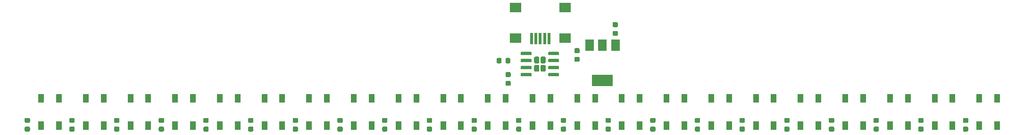
<source format=gbr>
G04 #@! TF.GenerationSoftware,KiCad,Pcbnew,(5.1.2)-2*
G04 #@! TF.CreationDate,2019-12-07T11:30:44-05:00*
G04 #@! TF.ProjectId,LEDsign,4c454473-6967-46e2-9e6b-696361645f70,rev?*
G04 #@! TF.SameCoordinates,Original*
G04 #@! TF.FileFunction,Paste,Top*
G04 #@! TF.FilePolarity,Positive*
%FSLAX46Y46*%
G04 Gerber Fmt 4.6, Leading zero omitted, Abs format (unit mm)*
G04 Created by KiCad (PCBNEW (5.1.2)-2) date 2019-12-07 11:30:44*
%MOMM*%
%LPD*%
G04 APERTURE LIST*
%ADD10C,0.100000*%
%ADD11C,0.600000*%
%ADD12C,0.920000*%
%ADD13R,1.000000X1.500000*%
%ADD14C,0.875000*%
%ADD15R,1.500000X2.000000*%
%ADD16R,3.800000X2.000000*%
%ADD17R,2.000000X1.700000*%
%ADD18R,0.500000X2.000000*%
G04 APERTURE END LIST*
D10*
G36*
X155590703Y-69614222D02*
G01*
X155605264Y-69616382D01*
X155619543Y-69619959D01*
X155633403Y-69624918D01*
X155646710Y-69631212D01*
X155659336Y-69638780D01*
X155671159Y-69647548D01*
X155682066Y-69657434D01*
X155691952Y-69668341D01*
X155700720Y-69680164D01*
X155708288Y-69692790D01*
X155714582Y-69706097D01*
X155719541Y-69719957D01*
X155723118Y-69734236D01*
X155725278Y-69748797D01*
X155726000Y-69763500D01*
X155726000Y-70063500D01*
X155725278Y-70078203D01*
X155723118Y-70092764D01*
X155719541Y-70107043D01*
X155714582Y-70120903D01*
X155708288Y-70134210D01*
X155700720Y-70146836D01*
X155691952Y-70158659D01*
X155682066Y-70169566D01*
X155671159Y-70179452D01*
X155659336Y-70188220D01*
X155646710Y-70195788D01*
X155633403Y-70202082D01*
X155619543Y-70207041D01*
X155605264Y-70210618D01*
X155590703Y-70212778D01*
X155576000Y-70213500D01*
X153926000Y-70213500D01*
X153911297Y-70212778D01*
X153896736Y-70210618D01*
X153882457Y-70207041D01*
X153868597Y-70202082D01*
X153855290Y-70195788D01*
X153842664Y-70188220D01*
X153830841Y-70179452D01*
X153819934Y-70169566D01*
X153810048Y-70158659D01*
X153801280Y-70146836D01*
X153793712Y-70134210D01*
X153787418Y-70120903D01*
X153782459Y-70107043D01*
X153778882Y-70092764D01*
X153776722Y-70078203D01*
X153776000Y-70063500D01*
X153776000Y-69763500D01*
X153776722Y-69748797D01*
X153778882Y-69734236D01*
X153782459Y-69719957D01*
X153787418Y-69706097D01*
X153793712Y-69692790D01*
X153801280Y-69680164D01*
X153810048Y-69668341D01*
X153819934Y-69657434D01*
X153830841Y-69647548D01*
X153842664Y-69638780D01*
X153855290Y-69631212D01*
X153868597Y-69624918D01*
X153882457Y-69619959D01*
X153896736Y-69616382D01*
X153911297Y-69614222D01*
X153926000Y-69613500D01*
X155576000Y-69613500D01*
X155590703Y-69614222D01*
X155590703Y-69614222D01*
G37*
D11*
X154751000Y-69913500D03*
D10*
G36*
X155590703Y-68344222D02*
G01*
X155605264Y-68346382D01*
X155619543Y-68349959D01*
X155633403Y-68354918D01*
X155646710Y-68361212D01*
X155659336Y-68368780D01*
X155671159Y-68377548D01*
X155682066Y-68387434D01*
X155691952Y-68398341D01*
X155700720Y-68410164D01*
X155708288Y-68422790D01*
X155714582Y-68436097D01*
X155719541Y-68449957D01*
X155723118Y-68464236D01*
X155725278Y-68478797D01*
X155726000Y-68493500D01*
X155726000Y-68793500D01*
X155725278Y-68808203D01*
X155723118Y-68822764D01*
X155719541Y-68837043D01*
X155714582Y-68850903D01*
X155708288Y-68864210D01*
X155700720Y-68876836D01*
X155691952Y-68888659D01*
X155682066Y-68899566D01*
X155671159Y-68909452D01*
X155659336Y-68918220D01*
X155646710Y-68925788D01*
X155633403Y-68932082D01*
X155619543Y-68937041D01*
X155605264Y-68940618D01*
X155590703Y-68942778D01*
X155576000Y-68943500D01*
X153926000Y-68943500D01*
X153911297Y-68942778D01*
X153896736Y-68940618D01*
X153882457Y-68937041D01*
X153868597Y-68932082D01*
X153855290Y-68925788D01*
X153842664Y-68918220D01*
X153830841Y-68909452D01*
X153819934Y-68899566D01*
X153810048Y-68888659D01*
X153801280Y-68876836D01*
X153793712Y-68864210D01*
X153787418Y-68850903D01*
X153782459Y-68837043D01*
X153778882Y-68822764D01*
X153776722Y-68808203D01*
X153776000Y-68793500D01*
X153776000Y-68493500D01*
X153776722Y-68478797D01*
X153778882Y-68464236D01*
X153782459Y-68449957D01*
X153787418Y-68436097D01*
X153793712Y-68422790D01*
X153801280Y-68410164D01*
X153810048Y-68398341D01*
X153819934Y-68387434D01*
X153830841Y-68377548D01*
X153842664Y-68368780D01*
X153855290Y-68361212D01*
X153868597Y-68354918D01*
X153882457Y-68349959D01*
X153896736Y-68346382D01*
X153911297Y-68344222D01*
X153926000Y-68343500D01*
X155576000Y-68343500D01*
X155590703Y-68344222D01*
X155590703Y-68344222D01*
G37*
D11*
X154751000Y-68643500D03*
D10*
G36*
X155590703Y-67074222D02*
G01*
X155605264Y-67076382D01*
X155619543Y-67079959D01*
X155633403Y-67084918D01*
X155646710Y-67091212D01*
X155659336Y-67098780D01*
X155671159Y-67107548D01*
X155682066Y-67117434D01*
X155691952Y-67128341D01*
X155700720Y-67140164D01*
X155708288Y-67152790D01*
X155714582Y-67166097D01*
X155719541Y-67179957D01*
X155723118Y-67194236D01*
X155725278Y-67208797D01*
X155726000Y-67223500D01*
X155726000Y-67523500D01*
X155725278Y-67538203D01*
X155723118Y-67552764D01*
X155719541Y-67567043D01*
X155714582Y-67580903D01*
X155708288Y-67594210D01*
X155700720Y-67606836D01*
X155691952Y-67618659D01*
X155682066Y-67629566D01*
X155671159Y-67639452D01*
X155659336Y-67648220D01*
X155646710Y-67655788D01*
X155633403Y-67662082D01*
X155619543Y-67667041D01*
X155605264Y-67670618D01*
X155590703Y-67672778D01*
X155576000Y-67673500D01*
X153926000Y-67673500D01*
X153911297Y-67672778D01*
X153896736Y-67670618D01*
X153882457Y-67667041D01*
X153868597Y-67662082D01*
X153855290Y-67655788D01*
X153842664Y-67648220D01*
X153830841Y-67639452D01*
X153819934Y-67629566D01*
X153810048Y-67618659D01*
X153801280Y-67606836D01*
X153793712Y-67594210D01*
X153787418Y-67580903D01*
X153782459Y-67567043D01*
X153778882Y-67552764D01*
X153776722Y-67538203D01*
X153776000Y-67523500D01*
X153776000Y-67223500D01*
X153776722Y-67208797D01*
X153778882Y-67194236D01*
X153782459Y-67179957D01*
X153787418Y-67166097D01*
X153793712Y-67152790D01*
X153801280Y-67140164D01*
X153810048Y-67128341D01*
X153819934Y-67117434D01*
X153830841Y-67107548D01*
X153842664Y-67098780D01*
X153855290Y-67091212D01*
X153868597Y-67084918D01*
X153882457Y-67079959D01*
X153896736Y-67076382D01*
X153911297Y-67074222D01*
X153926000Y-67073500D01*
X155576000Y-67073500D01*
X155590703Y-67074222D01*
X155590703Y-67074222D01*
G37*
D11*
X154751000Y-67373500D03*
D10*
G36*
X155590703Y-65804222D02*
G01*
X155605264Y-65806382D01*
X155619543Y-65809959D01*
X155633403Y-65814918D01*
X155646710Y-65821212D01*
X155659336Y-65828780D01*
X155671159Y-65837548D01*
X155682066Y-65847434D01*
X155691952Y-65858341D01*
X155700720Y-65870164D01*
X155708288Y-65882790D01*
X155714582Y-65896097D01*
X155719541Y-65909957D01*
X155723118Y-65924236D01*
X155725278Y-65938797D01*
X155726000Y-65953500D01*
X155726000Y-66253500D01*
X155725278Y-66268203D01*
X155723118Y-66282764D01*
X155719541Y-66297043D01*
X155714582Y-66310903D01*
X155708288Y-66324210D01*
X155700720Y-66336836D01*
X155691952Y-66348659D01*
X155682066Y-66359566D01*
X155671159Y-66369452D01*
X155659336Y-66378220D01*
X155646710Y-66385788D01*
X155633403Y-66392082D01*
X155619543Y-66397041D01*
X155605264Y-66400618D01*
X155590703Y-66402778D01*
X155576000Y-66403500D01*
X153926000Y-66403500D01*
X153911297Y-66402778D01*
X153896736Y-66400618D01*
X153882457Y-66397041D01*
X153868597Y-66392082D01*
X153855290Y-66385788D01*
X153842664Y-66378220D01*
X153830841Y-66369452D01*
X153819934Y-66359566D01*
X153810048Y-66348659D01*
X153801280Y-66336836D01*
X153793712Y-66324210D01*
X153787418Y-66310903D01*
X153782459Y-66297043D01*
X153778882Y-66282764D01*
X153776722Y-66268203D01*
X153776000Y-66253500D01*
X153776000Y-65953500D01*
X153776722Y-65938797D01*
X153778882Y-65924236D01*
X153782459Y-65909957D01*
X153787418Y-65896097D01*
X153793712Y-65882790D01*
X153801280Y-65870164D01*
X153810048Y-65858341D01*
X153819934Y-65847434D01*
X153830841Y-65837548D01*
X153842664Y-65828780D01*
X153855290Y-65821212D01*
X153868597Y-65814918D01*
X153882457Y-65809959D01*
X153896736Y-65806382D01*
X153911297Y-65804222D01*
X153926000Y-65803500D01*
X155576000Y-65803500D01*
X155590703Y-65804222D01*
X155590703Y-65804222D01*
G37*
D11*
X154751000Y-66103500D03*
D10*
G36*
X160540703Y-65804222D02*
G01*
X160555264Y-65806382D01*
X160569543Y-65809959D01*
X160583403Y-65814918D01*
X160596710Y-65821212D01*
X160609336Y-65828780D01*
X160621159Y-65837548D01*
X160632066Y-65847434D01*
X160641952Y-65858341D01*
X160650720Y-65870164D01*
X160658288Y-65882790D01*
X160664582Y-65896097D01*
X160669541Y-65909957D01*
X160673118Y-65924236D01*
X160675278Y-65938797D01*
X160676000Y-65953500D01*
X160676000Y-66253500D01*
X160675278Y-66268203D01*
X160673118Y-66282764D01*
X160669541Y-66297043D01*
X160664582Y-66310903D01*
X160658288Y-66324210D01*
X160650720Y-66336836D01*
X160641952Y-66348659D01*
X160632066Y-66359566D01*
X160621159Y-66369452D01*
X160609336Y-66378220D01*
X160596710Y-66385788D01*
X160583403Y-66392082D01*
X160569543Y-66397041D01*
X160555264Y-66400618D01*
X160540703Y-66402778D01*
X160526000Y-66403500D01*
X158876000Y-66403500D01*
X158861297Y-66402778D01*
X158846736Y-66400618D01*
X158832457Y-66397041D01*
X158818597Y-66392082D01*
X158805290Y-66385788D01*
X158792664Y-66378220D01*
X158780841Y-66369452D01*
X158769934Y-66359566D01*
X158760048Y-66348659D01*
X158751280Y-66336836D01*
X158743712Y-66324210D01*
X158737418Y-66310903D01*
X158732459Y-66297043D01*
X158728882Y-66282764D01*
X158726722Y-66268203D01*
X158726000Y-66253500D01*
X158726000Y-65953500D01*
X158726722Y-65938797D01*
X158728882Y-65924236D01*
X158732459Y-65909957D01*
X158737418Y-65896097D01*
X158743712Y-65882790D01*
X158751280Y-65870164D01*
X158760048Y-65858341D01*
X158769934Y-65847434D01*
X158780841Y-65837548D01*
X158792664Y-65828780D01*
X158805290Y-65821212D01*
X158818597Y-65814918D01*
X158832457Y-65809959D01*
X158846736Y-65806382D01*
X158861297Y-65804222D01*
X158876000Y-65803500D01*
X160526000Y-65803500D01*
X160540703Y-65804222D01*
X160540703Y-65804222D01*
G37*
D11*
X159701000Y-66103500D03*
D10*
G36*
X160540703Y-67074222D02*
G01*
X160555264Y-67076382D01*
X160569543Y-67079959D01*
X160583403Y-67084918D01*
X160596710Y-67091212D01*
X160609336Y-67098780D01*
X160621159Y-67107548D01*
X160632066Y-67117434D01*
X160641952Y-67128341D01*
X160650720Y-67140164D01*
X160658288Y-67152790D01*
X160664582Y-67166097D01*
X160669541Y-67179957D01*
X160673118Y-67194236D01*
X160675278Y-67208797D01*
X160676000Y-67223500D01*
X160676000Y-67523500D01*
X160675278Y-67538203D01*
X160673118Y-67552764D01*
X160669541Y-67567043D01*
X160664582Y-67580903D01*
X160658288Y-67594210D01*
X160650720Y-67606836D01*
X160641952Y-67618659D01*
X160632066Y-67629566D01*
X160621159Y-67639452D01*
X160609336Y-67648220D01*
X160596710Y-67655788D01*
X160583403Y-67662082D01*
X160569543Y-67667041D01*
X160555264Y-67670618D01*
X160540703Y-67672778D01*
X160526000Y-67673500D01*
X158876000Y-67673500D01*
X158861297Y-67672778D01*
X158846736Y-67670618D01*
X158832457Y-67667041D01*
X158818597Y-67662082D01*
X158805290Y-67655788D01*
X158792664Y-67648220D01*
X158780841Y-67639452D01*
X158769934Y-67629566D01*
X158760048Y-67618659D01*
X158751280Y-67606836D01*
X158743712Y-67594210D01*
X158737418Y-67580903D01*
X158732459Y-67567043D01*
X158728882Y-67552764D01*
X158726722Y-67538203D01*
X158726000Y-67523500D01*
X158726000Y-67223500D01*
X158726722Y-67208797D01*
X158728882Y-67194236D01*
X158732459Y-67179957D01*
X158737418Y-67166097D01*
X158743712Y-67152790D01*
X158751280Y-67140164D01*
X158760048Y-67128341D01*
X158769934Y-67117434D01*
X158780841Y-67107548D01*
X158792664Y-67098780D01*
X158805290Y-67091212D01*
X158818597Y-67084918D01*
X158832457Y-67079959D01*
X158846736Y-67076382D01*
X158861297Y-67074222D01*
X158876000Y-67073500D01*
X160526000Y-67073500D01*
X160540703Y-67074222D01*
X160540703Y-67074222D01*
G37*
D11*
X159701000Y-67373500D03*
D10*
G36*
X160540703Y-68344222D02*
G01*
X160555264Y-68346382D01*
X160569543Y-68349959D01*
X160583403Y-68354918D01*
X160596710Y-68361212D01*
X160609336Y-68368780D01*
X160621159Y-68377548D01*
X160632066Y-68387434D01*
X160641952Y-68398341D01*
X160650720Y-68410164D01*
X160658288Y-68422790D01*
X160664582Y-68436097D01*
X160669541Y-68449957D01*
X160673118Y-68464236D01*
X160675278Y-68478797D01*
X160676000Y-68493500D01*
X160676000Y-68793500D01*
X160675278Y-68808203D01*
X160673118Y-68822764D01*
X160669541Y-68837043D01*
X160664582Y-68850903D01*
X160658288Y-68864210D01*
X160650720Y-68876836D01*
X160641952Y-68888659D01*
X160632066Y-68899566D01*
X160621159Y-68909452D01*
X160609336Y-68918220D01*
X160596710Y-68925788D01*
X160583403Y-68932082D01*
X160569543Y-68937041D01*
X160555264Y-68940618D01*
X160540703Y-68942778D01*
X160526000Y-68943500D01*
X158876000Y-68943500D01*
X158861297Y-68942778D01*
X158846736Y-68940618D01*
X158832457Y-68937041D01*
X158818597Y-68932082D01*
X158805290Y-68925788D01*
X158792664Y-68918220D01*
X158780841Y-68909452D01*
X158769934Y-68899566D01*
X158760048Y-68888659D01*
X158751280Y-68876836D01*
X158743712Y-68864210D01*
X158737418Y-68850903D01*
X158732459Y-68837043D01*
X158728882Y-68822764D01*
X158726722Y-68808203D01*
X158726000Y-68793500D01*
X158726000Y-68493500D01*
X158726722Y-68478797D01*
X158728882Y-68464236D01*
X158732459Y-68449957D01*
X158737418Y-68436097D01*
X158743712Y-68422790D01*
X158751280Y-68410164D01*
X158760048Y-68398341D01*
X158769934Y-68387434D01*
X158780841Y-68377548D01*
X158792664Y-68368780D01*
X158805290Y-68361212D01*
X158818597Y-68354918D01*
X158832457Y-68349959D01*
X158846736Y-68346382D01*
X158861297Y-68344222D01*
X158876000Y-68343500D01*
X160526000Y-68343500D01*
X160540703Y-68344222D01*
X160540703Y-68344222D01*
G37*
D11*
X159701000Y-68643500D03*
D10*
G36*
X160540703Y-69614222D02*
G01*
X160555264Y-69616382D01*
X160569543Y-69619959D01*
X160583403Y-69624918D01*
X160596710Y-69631212D01*
X160609336Y-69638780D01*
X160621159Y-69647548D01*
X160632066Y-69657434D01*
X160641952Y-69668341D01*
X160650720Y-69680164D01*
X160658288Y-69692790D01*
X160664582Y-69706097D01*
X160669541Y-69719957D01*
X160673118Y-69734236D01*
X160675278Y-69748797D01*
X160676000Y-69763500D01*
X160676000Y-70063500D01*
X160675278Y-70078203D01*
X160673118Y-70092764D01*
X160669541Y-70107043D01*
X160664582Y-70120903D01*
X160658288Y-70134210D01*
X160650720Y-70146836D01*
X160641952Y-70158659D01*
X160632066Y-70169566D01*
X160621159Y-70179452D01*
X160609336Y-70188220D01*
X160596710Y-70195788D01*
X160583403Y-70202082D01*
X160569543Y-70207041D01*
X160555264Y-70210618D01*
X160540703Y-70212778D01*
X160526000Y-70213500D01*
X158876000Y-70213500D01*
X158861297Y-70212778D01*
X158846736Y-70210618D01*
X158832457Y-70207041D01*
X158818597Y-70202082D01*
X158805290Y-70195788D01*
X158792664Y-70188220D01*
X158780841Y-70179452D01*
X158769934Y-70169566D01*
X158760048Y-70158659D01*
X158751280Y-70146836D01*
X158743712Y-70134210D01*
X158737418Y-70120903D01*
X158732459Y-70107043D01*
X158728882Y-70092764D01*
X158726722Y-70078203D01*
X158726000Y-70063500D01*
X158726000Y-69763500D01*
X158726722Y-69748797D01*
X158728882Y-69734236D01*
X158732459Y-69719957D01*
X158737418Y-69706097D01*
X158743712Y-69692790D01*
X158751280Y-69680164D01*
X158760048Y-69668341D01*
X158769934Y-69657434D01*
X158780841Y-69647548D01*
X158792664Y-69638780D01*
X158805290Y-69631212D01*
X158818597Y-69624918D01*
X158832457Y-69619959D01*
X158846736Y-69616382D01*
X158861297Y-69614222D01*
X158876000Y-69613500D01*
X160526000Y-69613500D01*
X160540703Y-69614222D01*
X160540703Y-69614222D01*
G37*
D11*
X159701000Y-69913500D03*
D10*
G36*
X156908544Y-66654608D02*
G01*
X156930871Y-66657919D01*
X156952765Y-66663404D01*
X156974017Y-66671008D01*
X156994421Y-66680658D01*
X157013781Y-66692262D01*
X157031910Y-66705708D01*
X157048635Y-66720865D01*
X157063792Y-66737590D01*
X157077238Y-66755719D01*
X157088842Y-66775079D01*
X157098492Y-66795483D01*
X157106096Y-66816735D01*
X157111581Y-66838629D01*
X157114892Y-66860956D01*
X157116000Y-66883500D01*
X157116000Y-67633500D01*
X157114892Y-67656044D01*
X157111581Y-67678371D01*
X157106096Y-67700265D01*
X157098492Y-67721517D01*
X157088842Y-67741921D01*
X157077238Y-67761281D01*
X157063792Y-67779410D01*
X157048635Y-67796135D01*
X157031910Y-67811292D01*
X157013781Y-67824738D01*
X156994421Y-67836342D01*
X156974017Y-67845992D01*
X156952765Y-67853596D01*
X156930871Y-67859081D01*
X156908544Y-67862392D01*
X156886000Y-67863500D01*
X156426000Y-67863500D01*
X156403456Y-67862392D01*
X156381129Y-67859081D01*
X156359235Y-67853596D01*
X156337983Y-67845992D01*
X156317579Y-67836342D01*
X156298219Y-67824738D01*
X156280090Y-67811292D01*
X156263365Y-67796135D01*
X156248208Y-67779410D01*
X156234762Y-67761281D01*
X156223158Y-67741921D01*
X156213508Y-67721517D01*
X156205904Y-67700265D01*
X156200419Y-67678371D01*
X156197108Y-67656044D01*
X156196000Y-67633500D01*
X156196000Y-66883500D01*
X156197108Y-66860956D01*
X156200419Y-66838629D01*
X156205904Y-66816735D01*
X156213508Y-66795483D01*
X156223158Y-66775079D01*
X156234762Y-66755719D01*
X156248208Y-66737590D01*
X156263365Y-66720865D01*
X156280090Y-66705708D01*
X156298219Y-66692262D01*
X156317579Y-66680658D01*
X156337983Y-66671008D01*
X156359235Y-66663404D01*
X156381129Y-66657919D01*
X156403456Y-66654608D01*
X156426000Y-66653500D01*
X156886000Y-66653500D01*
X156908544Y-66654608D01*
X156908544Y-66654608D01*
G37*
D12*
X156656000Y-67258500D03*
D10*
G36*
X156908544Y-68154608D02*
G01*
X156930871Y-68157919D01*
X156952765Y-68163404D01*
X156974017Y-68171008D01*
X156994421Y-68180658D01*
X157013781Y-68192262D01*
X157031910Y-68205708D01*
X157048635Y-68220865D01*
X157063792Y-68237590D01*
X157077238Y-68255719D01*
X157088842Y-68275079D01*
X157098492Y-68295483D01*
X157106096Y-68316735D01*
X157111581Y-68338629D01*
X157114892Y-68360956D01*
X157116000Y-68383500D01*
X157116000Y-69133500D01*
X157114892Y-69156044D01*
X157111581Y-69178371D01*
X157106096Y-69200265D01*
X157098492Y-69221517D01*
X157088842Y-69241921D01*
X157077238Y-69261281D01*
X157063792Y-69279410D01*
X157048635Y-69296135D01*
X157031910Y-69311292D01*
X157013781Y-69324738D01*
X156994421Y-69336342D01*
X156974017Y-69345992D01*
X156952765Y-69353596D01*
X156930871Y-69359081D01*
X156908544Y-69362392D01*
X156886000Y-69363500D01*
X156426000Y-69363500D01*
X156403456Y-69362392D01*
X156381129Y-69359081D01*
X156359235Y-69353596D01*
X156337983Y-69345992D01*
X156317579Y-69336342D01*
X156298219Y-69324738D01*
X156280090Y-69311292D01*
X156263365Y-69296135D01*
X156248208Y-69279410D01*
X156234762Y-69261281D01*
X156223158Y-69241921D01*
X156213508Y-69221517D01*
X156205904Y-69200265D01*
X156200419Y-69178371D01*
X156197108Y-69156044D01*
X156196000Y-69133500D01*
X156196000Y-68383500D01*
X156197108Y-68360956D01*
X156200419Y-68338629D01*
X156205904Y-68316735D01*
X156213508Y-68295483D01*
X156223158Y-68275079D01*
X156234762Y-68255719D01*
X156248208Y-68237590D01*
X156263365Y-68220865D01*
X156280090Y-68205708D01*
X156298219Y-68192262D01*
X156317579Y-68180658D01*
X156337983Y-68171008D01*
X156359235Y-68163404D01*
X156381129Y-68157919D01*
X156403456Y-68154608D01*
X156426000Y-68153500D01*
X156886000Y-68153500D01*
X156908544Y-68154608D01*
X156908544Y-68154608D01*
G37*
D12*
X156656000Y-68758500D03*
D10*
G36*
X158048544Y-66654608D02*
G01*
X158070871Y-66657919D01*
X158092765Y-66663404D01*
X158114017Y-66671008D01*
X158134421Y-66680658D01*
X158153781Y-66692262D01*
X158171910Y-66705708D01*
X158188635Y-66720865D01*
X158203792Y-66737590D01*
X158217238Y-66755719D01*
X158228842Y-66775079D01*
X158238492Y-66795483D01*
X158246096Y-66816735D01*
X158251581Y-66838629D01*
X158254892Y-66860956D01*
X158256000Y-66883500D01*
X158256000Y-67633500D01*
X158254892Y-67656044D01*
X158251581Y-67678371D01*
X158246096Y-67700265D01*
X158238492Y-67721517D01*
X158228842Y-67741921D01*
X158217238Y-67761281D01*
X158203792Y-67779410D01*
X158188635Y-67796135D01*
X158171910Y-67811292D01*
X158153781Y-67824738D01*
X158134421Y-67836342D01*
X158114017Y-67845992D01*
X158092765Y-67853596D01*
X158070871Y-67859081D01*
X158048544Y-67862392D01*
X158026000Y-67863500D01*
X157566000Y-67863500D01*
X157543456Y-67862392D01*
X157521129Y-67859081D01*
X157499235Y-67853596D01*
X157477983Y-67845992D01*
X157457579Y-67836342D01*
X157438219Y-67824738D01*
X157420090Y-67811292D01*
X157403365Y-67796135D01*
X157388208Y-67779410D01*
X157374762Y-67761281D01*
X157363158Y-67741921D01*
X157353508Y-67721517D01*
X157345904Y-67700265D01*
X157340419Y-67678371D01*
X157337108Y-67656044D01*
X157336000Y-67633500D01*
X157336000Y-66883500D01*
X157337108Y-66860956D01*
X157340419Y-66838629D01*
X157345904Y-66816735D01*
X157353508Y-66795483D01*
X157363158Y-66775079D01*
X157374762Y-66755719D01*
X157388208Y-66737590D01*
X157403365Y-66720865D01*
X157420090Y-66705708D01*
X157438219Y-66692262D01*
X157457579Y-66680658D01*
X157477983Y-66671008D01*
X157499235Y-66663404D01*
X157521129Y-66657919D01*
X157543456Y-66654608D01*
X157566000Y-66653500D01*
X158026000Y-66653500D01*
X158048544Y-66654608D01*
X158048544Y-66654608D01*
G37*
D12*
X157796000Y-67258500D03*
D10*
G36*
X158048544Y-68154608D02*
G01*
X158070871Y-68157919D01*
X158092765Y-68163404D01*
X158114017Y-68171008D01*
X158134421Y-68180658D01*
X158153781Y-68192262D01*
X158171910Y-68205708D01*
X158188635Y-68220865D01*
X158203792Y-68237590D01*
X158217238Y-68255719D01*
X158228842Y-68275079D01*
X158238492Y-68295483D01*
X158246096Y-68316735D01*
X158251581Y-68338629D01*
X158254892Y-68360956D01*
X158256000Y-68383500D01*
X158256000Y-69133500D01*
X158254892Y-69156044D01*
X158251581Y-69178371D01*
X158246096Y-69200265D01*
X158238492Y-69221517D01*
X158228842Y-69241921D01*
X158217238Y-69261281D01*
X158203792Y-69279410D01*
X158188635Y-69296135D01*
X158171910Y-69311292D01*
X158153781Y-69324738D01*
X158134421Y-69336342D01*
X158114017Y-69345992D01*
X158092765Y-69353596D01*
X158070871Y-69359081D01*
X158048544Y-69362392D01*
X158026000Y-69363500D01*
X157566000Y-69363500D01*
X157543456Y-69362392D01*
X157521129Y-69359081D01*
X157499235Y-69353596D01*
X157477983Y-69345992D01*
X157457579Y-69336342D01*
X157438219Y-69324738D01*
X157420090Y-69311292D01*
X157403365Y-69296135D01*
X157388208Y-69279410D01*
X157374762Y-69261281D01*
X157363158Y-69241921D01*
X157353508Y-69221517D01*
X157345904Y-69200265D01*
X157340419Y-69178371D01*
X157337108Y-69156044D01*
X157336000Y-69133500D01*
X157336000Y-68383500D01*
X157337108Y-68360956D01*
X157340419Y-68338629D01*
X157345904Y-68316735D01*
X157353508Y-68295483D01*
X157363158Y-68275079D01*
X157374762Y-68255719D01*
X157388208Y-68237590D01*
X157403365Y-68220865D01*
X157420090Y-68205708D01*
X157438219Y-68192262D01*
X157457579Y-68180658D01*
X157477983Y-68171008D01*
X157499235Y-68163404D01*
X157521129Y-68157919D01*
X157543456Y-68154608D01*
X157566000Y-68153500D01*
X158026000Y-68153500D01*
X158048544Y-68154608D01*
X158048544Y-68154608D01*
G37*
D12*
X157796000Y-68758500D03*
D13*
X78898500Y-74194500D03*
X75698500Y-74194500D03*
X78898500Y-79094500D03*
X75698500Y-79094500D03*
X102962500Y-74194500D03*
X99762500Y-74194500D03*
X102962500Y-79094500D03*
X99762500Y-79094500D03*
X127022500Y-74194500D03*
X123822500Y-74194500D03*
X127022500Y-79094500D03*
X123822500Y-79094500D03*
X207222500Y-74194500D03*
X204022500Y-74194500D03*
X207222500Y-79094500D03*
X204022500Y-79094500D03*
X239302500Y-74194500D03*
X236102500Y-74194500D03*
X239302500Y-79094500D03*
X236102500Y-79094500D03*
X231282500Y-74194500D03*
X228082500Y-74194500D03*
X231282500Y-79094500D03*
X228082500Y-79094500D03*
X223262500Y-74194500D03*
X220062500Y-74194500D03*
X223262500Y-79094500D03*
X220062500Y-79094500D03*
X215242500Y-74194500D03*
X212042500Y-74194500D03*
X215242500Y-79094500D03*
X212042500Y-79094500D03*
X199202500Y-74194500D03*
X196002500Y-74194500D03*
X199202500Y-79094500D03*
X196002500Y-79094500D03*
X191182500Y-74194500D03*
X187982500Y-74194500D03*
X191182500Y-79094500D03*
X187982500Y-79094500D03*
X183162500Y-74194500D03*
X179962500Y-74194500D03*
X183162500Y-79094500D03*
X179962500Y-79094500D03*
X175142500Y-74194500D03*
X171942500Y-74194500D03*
X175142500Y-79094500D03*
X171942500Y-79094500D03*
X167122500Y-74194500D03*
X163922500Y-74194500D03*
X167122500Y-79094500D03*
X163922500Y-79094500D03*
X159102500Y-74194500D03*
X155902500Y-74194500D03*
X159102500Y-79094500D03*
X155902500Y-79094500D03*
X151082500Y-74194500D03*
X147882500Y-74194500D03*
X151082500Y-79094500D03*
X147882500Y-79094500D03*
X143062500Y-74194500D03*
X139862500Y-74194500D03*
X143062500Y-79094500D03*
X139862500Y-79094500D03*
X135042500Y-74194500D03*
X131842500Y-74194500D03*
X135042500Y-79094500D03*
X131842500Y-79094500D03*
X119002500Y-74194500D03*
X115802500Y-74194500D03*
X119002500Y-79094500D03*
X115802500Y-79094500D03*
X110982500Y-74194500D03*
X107782500Y-74194500D03*
X110982500Y-79094500D03*
X107782500Y-79094500D03*
X94942500Y-74194500D03*
X91742500Y-74194500D03*
X94942500Y-79094500D03*
X91742500Y-79094500D03*
X86922500Y-74194500D03*
X83722500Y-74194500D03*
X86922500Y-79094500D03*
X83722500Y-79094500D03*
D10*
G36*
X233912191Y-77681053D02*
G01*
X233933426Y-77684203D01*
X233954250Y-77689419D01*
X233974462Y-77696651D01*
X233993868Y-77705830D01*
X234012281Y-77716866D01*
X234029524Y-77729654D01*
X234045430Y-77744070D01*
X234059846Y-77759976D01*
X234072634Y-77777219D01*
X234083670Y-77795632D01*
X234092849Y-77815038D01*
X234100081Y-77835250D01*
X234105297Y-77856074D01*
X234108447Y-77877309D01*
X234109500Y-77898750D01*
X234109500Y-78336250D01*
X234108447Y-78357691D01*
X234105297Y-78378926D01*
X234100081Y-78399750D01*
X234092849Y-78419962D01*
X234083670Y-78439368D01*
X234072634Y-78457781D01*
X234059846Y-78475024D01*
X234045430Y-78490930D01*
X234029524Y-78505346D01*
X234012281Y-78518134D01*
X233993868Y-78529170D01*
X233974462Y-78538349D01*
X233954250Y-78545581D01*
X233933426Y-78550797D01*
X233912191Y-78553947D01*
X233890750Y-78555000D01*
X233378250Y-78555000D01*
X233356809Y-78553947D01*
X233335574Y-78550797D01*
X233314750Y-78545581D01*
X233294538Y-78538349D01*
X233275132Y-78529170D01*
X233256719Y-78518134D01*
X233239476Y-78505346D01*
X233223570Y-78490930D01*
X233209154Y-78475024D01*
X233196366Y-78457781D01*
X233185330Y-78439368D01*
X233176151Y-78419962D01*
X233168919Y-78399750D01*
X233163703Y-78378926D01*
X233160553Y-78357691D01*
X233159500Y-78336250D01*
X233159500Y-77898750D01*
X233160553Y-77877309D01*
X233163703Y-77856074D01*
X233168919Y-77835250D01*
X233176151Y-77815038D01*
X233185330Y-77795632D01*
X233196366Y-77777219D01*
X233209154Y-77759976D01*
X233223570Y-77744070D01*
X233239476Y-77729654D01*
X233256719Y-77716866D01*
X233275132Y-77705830D01*
X233294538Y-77696651D01*
X233314750Y-77689419D01*
X233335574Y-77684203D01*
X233356809Y-77681053D01*
X233378250Y-77680000D01*
X233890750Y-77680000D01*
X233912191Y-77681053D01*
X233912191Y-77681053D01*
G37*
D14*
X233634500Y-78117500D03*
D10*
G36*
X233912191Y-79256053D02*
G01*
X233933426Y-79259203D01*
X233954250Y-79264419D01*
X233974462Y-79271651D01*
X233993868Y-79280830D01*
X234012281Y-79291866D01*
X234029524Y-79304654D01*
X234045430Y-79319070D01*
X234059846Y-79334976D01*
X234072634Y-79352219D01*
X234083670Y-79370632D01*
X234092849Y-79390038D01*
X234100081Y-79410250D01*
X234105297Y-79431074D01*
X234108447Y-79452309D01*
X234109500Y-79473750D01*
X234109500Y-79911250D01*
X234108447Y-79932691D01*
X234105297Y-79953926D01*
X234100081Y-79974750D01*
X234092849Y-79994962D01*
X234083670Y-80014368D01*
X234072634Y-80032781D01*
X234059846Y-80050024D01*
X234045430Y-80065930D01*
X234029524Y-80080346D01*
X234012281Y-80093134D01*
X233993868Y-80104170D01*
X233974462Y-80113349D01*
X233954250Y-80120581D01*
X233933426Y-80125797D01*
X233912191Y-80128947D01*
X233890750Y-80130000D01*
X233378250Y-80130000D01*
X233356809Y-80128947D01*
X233335574Y-80125797D01*
X233314750Y-80120581D01*
X233294538Y-80113349D01*
X233275132Y-80104170D01*
X233256719Y-80093134D01*
X233239476Y-80080346D01*
X233223570Y-80065930D01*
X233209154Y-80050024D01*
X233196366Y-80032781D01*
X233185330Y-80014368D01*
X233176151Y-79994962D01*
X233168919Y-79974750D01*
X233163703Y-79953926D01*
X233160553Y-79932691D01*
X233159500Y-79911250D01*
X233159500Y-79473750D01*
X233160553Y-79452309D01*
X233163703Y-79431074D01*
X233168919Y-79410250D01*
X233176151Y-79390038D01*
X233185330Y-79370632D01*
X233196366Y-79352219D01*
X233209154Y-79334976D01*
X233223570Y-79319070D01*
X233239476Y-79304654D01*
X233256719Y-79291866D01*
X233275132Y-79280830D01*
X233294538Y-79271651D01*
X233314750Y-79264419D01*
X233335574Y-79259203D01*
X233356809Y-79256053D01*
X233378250Y-79255000D01*
X233890750Y-79255000D01*
X233912191Y-79256053D01*
X233912191Y-79256053D01*
G37*
D14*
X233634500Y-79692500D03*
D10*
G36*
X225892191Y-77681053D02*
G01*
X225913426Y-77684203D01*
X225934250Y-77689419D01*
X225954462Y-77696651D01*
X225973868Y-77705830D01*
X225992281Y-77716866D01*
X226009524Y-77729654D01*
X226025430Y-77744070D01*
X226039846Y-77759976D01*
X226052634Y-77777219D01*
X226063670Y-77795632D01*
X226072849Y-77815038D01*
X226080081Y-77835250D01*
X226085297Y-77856074D01*
X226088447Y-77877309D01*
X226089500Y-77898750D01*
X226089500Y-78336250D01*
X226088447Y-78357691D01*
X226085297Y-78378926D01*
X226080081Y-78399750D01*
X226072849Y-78419962D01*
X226063670Y-78439368D01*
X226052634Y-78457781D01*
X226039846Y-78475024D01*
X226025430Y-78490930D01*
X226009524Y-78505346D01*
X225992281Y-78518134D01*
X225973868Y-78529170D01*
X225954462Y-78538349D01*
X225934250Y-78545581D01*
X225913426Y-78550797D01*
X225892191Y-78553947D01*
X225870750Y-78555000D01*
X225358250Y-78555000D01*
X225336809Y-78553947D01*
X225315574Y-78550797D01*
X225294750Y-78545581D01*
X225274538Y-78538349D01*
X225255132Y-78529170D01*
X225236719Y-78518134D01*
X225219476Y-78505346D01*
X225203570Y-78490930D01*
X225189154Y-78475024D01*
X225176366Y-78457781D01*
X225165330Y-78439368D01*
X225156151Y-78419962D01*
X225148919Y-78399750D01*
X225143703Y-78378926D01*
X225140553Y-78357691D01*
X225139500Y-78336250D01*
X225139500Y-77898750D01*
X225140553Y-77877309D01*
X225143703Y-77856074D01*
X225148919Y-77835250D01*
X225156151Y-77815038D01*
X225165330Y-77795632D01*
X225176366Y-77777219D01*
X225189154Y-77759976D01*
X225203570Y-77744070D01*
X225219476Y-77729654D01*
X225236719Y-77716866D01*
X225255132Y-77705830D01*
X225274538Y-77696651D01*
X225294750Y-77689419D01*
X225315574Y-77684203D01*
X225336809Y-77681053D01*
X225358250Y-77680000D01*
X225870750Y-77680000D01*
X225892191Y-77681053D01*
X225892191Y-77681053D01*
G37*
D14*
X225614500Y-78117500D03*
D10*
G36*
X225892191Y-79256053D02*
G01*
X225913426Y-79259203D01*
X225934250Y-79264419D01*
X225954462Y-79271651D01*
X225973868Y-79280830D01*
X225992281Y-79291866D01*
X226009524Y-79304654D01*
X226025430Y-79319070D01*
X226039846Y-79334976D01*
X226052634Y-79352219D01*
X226063670Y-79370632D01*
X226072849Y-79390038D01*
X226080081Y-79410250D01*
X226085297Y-79431074D01*
X226088447Y-79452309D01*
X226089500Y-79473750D01*
X226089500Y-79911250D01*
X226088447Y-79932691D01*
X226085297Y-79953926D01*
X226080081Y-79974750D01*
X226072849Y-79994962D01*
X226063670Y-80014368D01*
X226052634Y-80032781D01*
X226039846Y-80050024D01*
X226025430Y-80065930D01*
X226009524Y-80080346D01*
X225992281Y-80093134D01*
X225973868Y-80104170D01*
X225954462Y-80113349D01*
X225934250Y-80120581D01*
X225913426Y-80125797D01*
X225892191Y-80128947D01*
X225870750Y-80130000D01*
X225358250Y-80130000D01*
X225336809Y-80128947D01*
X225315574Y-80125797D01*
X225294750Y-80120581D01*
X225274538Y-80113349D01*
X225255132Y-80104170D01*
X225236719Y-80093134D01*
X225219476Y-80080346D01*
X225203570Y-80065930D01*
X225189154Y-80050024D01*
X225176366Y-80032781D01*
X225165330Y-80014368D01*
X225156151Y-79994962D01*
X225148919Y-79974750D01*
X225143703Y-79953926D01*
X225140553Y-79932691D01*
X225139500Y-79911250D01*
X225139500Y-79473750D01*
X225140553Y-79452309D01*
X225143703Y-79431074D01*
X225148919Y-79410250D01*
X225156151Y-79390038D01*
X225165330Y-79370632D01*
X225176366Y-79352219D01*
X225189154Y-79334976D01*
X225203570Y-79319070D01*
X225219476Y-79304654D01*
X225236719Y-79291866D01*
X225255132Y-79280830D01*
X225274538Y-79271651D01*
X225294750Y-79264419D01*
X225315574Y-79259203D01*
X225336809Y-79256053D01*
X225358250Y-79255000D01*
X225870750Y-79255000D01*
X225892191Y-79256053D01*
X225892191Y-79256053D01*
G37*
D14*
X225614500Y-79692500D03*
D10*
G36*
X217872191Y-77681053D02*
G01*
X217893426Y-77684203D01*
X217914250Y-77689419D01*
X217934462Y-77696651D01*
X217953868Y-77705830D01*
X217972281Y-77716866D01*
X217989524Y-77729654D01*
X218005430Y-77744070D01*
X218019846Y-77759976D01*
X218032634Y-77777219D01*
X218043670Y-77795632D01*
X218052849Y-77815038D01*
X218060081Y-77835250D01*
X218065297Y-77856074D01*
X218068447Y-77877309D01*
X218069500Y-77898750D01*
X218069500Y-78336250D01*
X218068447Y-78357691D01*
X218065297Y-78378926D01*
X218060081Y-78399750D01*
X218052849Y-78419962D01*
X218043670Y-78439368D01*
X218032634Y-78457781D01*
X218019846Y-78475024D01*
X218005430Y-78490930D01*
X217989524Y-78505346D01*
X217972281Y-78518134D01*
X217953868Y-78529170D01*
X217934462Y-78538349D01*
X217914250Y-78545581D01*
X217893426Y-78550797D01*
X217872191Y-78553947D01*
X217850750Y-78555000D01*
X217338250Y-78555000D01*
X217316809Y-78553947D01*
X217295574Y-78550797D01*
X217274750Y-78545581D01*
X217254538Y-78538349D01*
X217235132Y-78529170D01*
X217216719Y-78518134D01*
X217199476Y-78505346D01*
X217183570Y-78490930D01*
X217169154Y-78475024D01*
X217156366Y-78457781D01*
X217145330Y-78439368D01*
X217136151Y-78419962D01*
X217128919Y-78399750D01*
X217123703Y-78378926D01*
X217120553Y-78357691D01*
X217119500Y-78336250D01*
X217119500Y-77898750D01*
X217120553Y-77877309D01*
X217123703Y-77856074D01*
X217128919Y-77835250D01*
X217136151Y-77815038D01*
X217145330Y-77795632D01*
X217156366Y-77777219D01*
X217169154Y-77759976D01*
X217183570Y-77744070D01*
X217199476Y-77729654D01*
X217216719Y-77716866D01*
X217235132Y-77705830D01*
X217254538Y-77696651D01*
X217274750Y-77689419D01*
X217295574Y-77684203D01*
X217316809Y-77681053D01*
X217338250Y-77680000D01*
X217850750Y-77680000D01*
X217872191Y-77681053D01*
X217872191Y-77681053D01*
G37*
D14*
X217594500Y-78117500D03*
D10*
G36*
X217872191Y-79256053D02*
G01*
X217893426Y-79259203D01*
X217914250Y-79264419D01*
X217934462Y-79271651D01*
X217953868Y-79280830D01*
X217972281Y-79291866D01*
X217989524Y-79304654D01*
X218005430Y-79319070D01*
X218019846Y-79334976D01*
X218032634Y-79352219D01*
X218043670Y-79370632D01*
X218052849Y-79390038D01*
X218060081Y-79410250D01*
X218065297Y-79431074D01*
X218068447Y-79452309D01*
X218069500Y-79473750D01*
X218069500Y-79911250D01*
X218068447Y-79932691D01*
X218065297Y-79953926D01*
X218060081Y-79974750D01*
X218052849Y-79994962D01*
X218043670Y-80014368D01*
X218032634Y-80032781D01*
X218019846Y-80050024D01*
X218005430Y-80065930D01*
X217989524Y-80080346D01*
X217972281Y-80093134D01*
X217953868Y-80104170D01*
X217934462Y-80113349D01*
X217914250Y-80120581D01*
X217893426Y-80125797D01*
X217872191Y-80128947D01*
X217850750Y-80130000D01*
X217338250Y-80130000D01*
X217316809Y-80128947D01*
X217295574Y-80125797D01*
X217274750Y-80120581D01*
X217254538Y-80113349D01*
X217235132Y-80104170D01*
X217216719Y-80093134D01*
X217199476Y-80080346D01*
X217183570Y-80065930D01*
X217169154Y-80050024D01*
X217156366Y-80032781D01*
X217145330Y-80014368D01*
X217136151Y-79994962D01*
X217128919Y-79974750D01*
X217123703Y-79953926D01*
X217120553Y-79932691D01*
X217119500Y-79911250D01*
X217119500Y-79473750D01*
X217120553Y-79452309D01*
X217123703Y-79431074D01*
X217128919Y-79410250D01*
X217136151Y-79390038D01*
X217145330Y-79370632D01*
X217156366Y-79352219D01*
X217169154Y-79334976D01*
X217183570Y-79319070D01*
X217199476Y-79304654D01*
X217216719Y-79291866D01*
X217235132Y-79280830D01*
X217254538Y-79271651D01*
X217274750Y-79264419D01*
X217295574Y-79259203D01*
X217316809Y-79256053D01*
X217338250Y-79255000D01*
X217850750Y-79255000D01*
X217872191Y-79256053D01*
X217872191Y-79256053D01*
G37*
D14*
X217594500Y-79692500D03*
D10*
G36*
X209852191Y-77681053D02*
G01*
X209873426Y-77684203D01*
X209894250Y-77689419D01*
X209914462Y-77696651D01*
X209933868Y-77705830D01*
X209952281Y-77716866D01*
X209969524Y-77729654D01*
X209985430Y-77744070D01*
X209999846Y-77759976D01*
X210012634Y-77777219D01*
X210023670Y-77795632D01*
X210032849Y-77815038D01*
X210040081Y-77835250D01*
X210045297Y-77856074D01*
X210048447Y-77877309D01*
X210049500Y-77898750D01*
X210049500Y-78336250D01*
X210048447Y-78357691D01*
X210045297Y-78378926D01*
X210040081Y-78399750D01*
X210032849Y-78419962D01*
X210023670Y-78439368D01*
X210012634Y-78457781D01*
X209999846Y-78475024D01*
X209985430Y-78490930D01*
X209969524Y-78505346D01*
X209952281Y-78518134D01*
X209933868Y-78529170D01*
X209914462Y-78538349D01*
X209894250Y-78545581D01*
X209873426Y-78550797D01*
X209852191Y-78553947D01*
X209830750Y-78555000D01*
X209318250Y-78555000D01*
X209296809Y-78553947D01*
X209275574Y-78550797D01*
X209254750Y-78545581D01*
X209234538Y-78538349D01*
X209215132Y-78529170D01*
X209196719Y-78518134D01*
X209179476Y-78505346D01*
X209163570Y-78490930D01*
X209149154Y-78475024D01*
X209136366Y-78457781D01*
X209125330Y-78439368D01*
X209116151Y-78419962D01*
X209108919Y-78399750D01*
X209103703Y-78378926D01*
X209100553Y-78357691D01*
X209099500Y-78336250D01*
X209099500Y-77898750D01*
X209100553Y-77877309D01*
X209103703Y-77856074D01*
X209108919Y-77835250D01*
X209116151Y-77815038D01*
X209125330Y-77795632D01*
X209136366Y-77777219D01*
X209149154Y-77759976D01*
X209163570Y-77744070D01*
X209179476Y-77729654D01*
X209196719Y-77716866D01*
X209215132Y-77705830D01*
X209234538Y-77696651D01*
X209254750Y-77689419D01*
X209275574Y-77684203D01*
X209296809Y-77681053D01*
X209318250Y-77680000D01*
X209830750Y-77680000D01*
X209852191Y-77681053D01*
X209852191Y-77681053D01*
G37*
D14*
X209574500Y-78117500D03*
D10*
G36*
X209852191Y-79256053D02*
G01*
X209873426Y-79259203D01*
X209894250Y-79264419D01*
X209914462Y-79271651D01*
X209933868Y-79280830D01*
X209952281Y-79291866D01*
X209969524Y-79304654D01*
X209985430Y-79319070D01*
X209999846Y-79334976D01*
X210012634Y-79352219D01*
X210023670Y-79370632D01*
X210032849Y-79390038D01*
X210040081Y-79410250D01*
X210045297Y-79431074D01*
X210048447Y-79452309D01*
X210049500Y-79473750D01*
X210049500Y-79911250D01*
X210048447Y-79932691D01*
X210045297Y-79953926D01*
X210040081Y-79974750D01*
X210032849Y-79994962D01*
X210023670Y-80014368D01*
X210012634Y-80032781D01*
X209999846Y-80050024D01*
X209985430Y-80065930D01*
X209969524Y-80080346D01*
X209952281Y-80093134D01*
X209933868Y-80104170D01*
X209914462Y-80113349D01*
X209894250Y-80120581D01*
X209873426Y-80125797D01*
X209852191Y-80128947D01*
X209830750Y-80130000D01*
X209318250Y-80130000D01*
X209296809Y-80128947D01*
X209275574Y-80125797D01*
X209254750Y-80120581D01*
X209234538Y-80113349D01*
X209215132Y-80104170D01*
X209196719Y-80093134D01*
X209179476Y-80080346D01*
X209163570Y-80065930D01*
X209149154Y-80050024D01*
X209136366Y-80032781D01*
X209125330Y-80014368D01*
X209116151Y-79994962D01*
X209108919Y-79974750D01*
X209103703Y-79953926D01*
X209100553Y-79932691D01*
X209099500Y-79911250D01*
X209099500Y-79473750D01*
X209100553Y-79452309D01*
X209103703Y-79431074D01*
X209108919Y-79410250D01*
X209116151Y-79390038D01*
X209125330Y-79370632D01*
X209136366Y-79352219D01*
X209149154Y-79334976D01*
X209163570Y-79319070D01*
X209179476Y-79304654D01*
X209196719Y-79291866D01*
X209215132Y-79280830D01*
X209234538Y-79271651D01*
X209254750Y-79264419D01*
X209275574Y-79259203D01*
X209296809Y-79256053D01*
X209318250Y-79255000D01*
X209830750Y-79255000D01*
X209852191Y-79256053D01*
X209852191Y-79256053D01*
G37*
D14*
X209574500Y-79692500D03*
D10*
G36*
X201832191Y-77681053D02*
G01*
X201853426Y-77684203D01*
X201874250Y-77689419D01*
X201894462Y-77696651D01*
X201913868Y-77705830D01*
X201932281Y-77716866D01*
X201949524Y-77729654D01*
X201965430Y-77744070D01*
X201979846Y-77759976D01*
X201992634Y-77777219D01*
X202003670Y-77795632D01*
X202012849Y-77815038D01*
X202020081Y-77835250D01*
X202025297Y-77856074D01*
X202028447Y-77877309D01*
X202029500Y-77898750D01*
X202029500Y-78336250D01*
X202028447Y-78357691D01*
X202025297Y-78378926D01*
X202020081Y-78399750D01*
X202012849Y-78419962D01*
X202003670Y-78439368D01*
X201992634Y-78457781D01*
X201979846Y-78475024D01*
X201965430Y-78490930D01*
X201949524Y-78505346D01*
X201932281Y-78518134D01*
X201913868Y-78529170D01*
X201894462Y-78538349D01*
X201874250Y-78545581D01*
X201853426Y-78550797D01*
X201832191Y-78553947D01*
X201810750Y-78555000D01*
X201298250Y-78555000D01*
X201276809Y-78553947D01*
X201255574Y-78550797D01*
X201234750Y-78545581D01*
X201214538Y-78538349D01*
X201195132Y-78529170D01*
X201176719Y-78518134D01*
X201159476Y-78505346D01*
X201143570Y-78490930D01*
X201129154Y-78475024D01*
X201116366Y-78457781D01*
X201105330Y-78439368D01*
X201096151Y-78419962D01*
X201088919Y-78399750D01*
X201083703Y-78378926D01*
X201080553Y-78357691D01*
X201079500Y-78336250D01*
X201079500Y-77898750D01*
X201080553Y-77877309D01*
X201083703Y-77856074D01*
X201088919Y-77835250D01*
X201096151Y-77815038D01*
X201105330Y-77795632D01*
X201116366Y-77777219D01*
X201129154Y-77759976D01*
X201143570Y-77744070D01*
X201159476Y-77729654D01*
X201176719Y-77716866D01*
X201195132Y-77705830D01*
X201214538Y-77696651D01*
X201234750Y-77689419D01*
X201255574Y-77684203D01*
X201276809Y-77681053D01*
X201298250Y-77680000D01*
X201810750Y-77680000D01*
X201832191Y-77681053D01*
X201832191Y-77681053D01*
G37*
D14*
X201554500Y-78117500D03*
D10*
G36*
X201832191Y-79256053D02*
G01*
X201853426Y-79259203D01*
X201874250Y-79264419D01*
X201894462Y-79271651D01*
X201913868Y-79280830D01*
X201932281Y-79291866D01*
X201949524Y-79304654D01*
X201965430Y-79319070D01*
X201979846Y-79334976D01*
X201992634Y-79352219D01*
X202003670Y-79370632D01*
X202012849Y-79390038D01*
X202020081Y-79410250D01*
X202025297Y-79431074D01*
X202028447Y-79452309D01*
X202029500Y-79473750D01*
X202029500Y-79911250D01*
X202028447Y-79932691D01*
X202025297Y-79953926D01*
X202020081Y-79974750D01*
X202012849Y-79994962D01*
X202003670Y-80014368D01*
X201992634Y-80032781D01*
X201979846Y-80050024D01*
X201965430Y-80065930D01*
X201949524Y-80080346D01*
X201932281Y-80093134D01*
X201913868Y-80104170D01*
X201894462Y-80113349D01*
X201874250Y-80120581D01*
X201853426Y-80125797D01*
X201832191Y-80128947D01*
X201810750Y-80130000D01*
X201298250Y-80130000D01*
X201276809Y-80128947D01*
X201255574Y-80125797D01*
X201234750Y-80120581D01*
X201214538Y-80113349D01*
X201195132Y-80104170D01*
X201176719Y-80093134D01*
X201159476Y-80080346D01*
X201143570Y-80065930D01*
X201129154Y-80050024D01*
X201116366Y-80032781D01*
X201105330Y-80014368D01*
X201096151Y-79994962D01*
X201088919Y-79974750D01*
X201083703Y-79953926D01*
X201080553Y-79932691D01*
X201079500Y-79911250D01*
X201079500Y-79473750D01*
X201080553Y-79452309D01*
X201083703Y-79431074D01*
X201088919Y-79410250D01*
X201096151Y-79390038D01*
X201105330Y-79370632D01*
X201116366Y-79352219D01*
X201129154Y-79334976D01*
X201143570Y-79319070D01*
X201159476Y-79304654D01*
X201176719Y-79291866D01*
X201195132Y-79280830D01*
X201214538Y-79271651D01*
X201234750Y-79264419D01*
X201255574Y-79259203D01*
X201276809Y-79256053D01*
X201298250Y-79255000D01*
X201810750Y-79255000D01*
X201832191Y-79256053D01*
X201832191Y-79256053D01*
G37*
D14*
X201554500Y-79692500D03*
D10*
G36*
X193812191Y-77681053D02*
G01*
X193833426Y-77684203D01*
X193854250Y-77689419D01*
X193874462Y-77696651D01*
X193893868Y-77705830D01*
X193912281Y-77716866D01*
X193929524Y-77729654D01*
X193945430Y-77744070D01*
X193959846Y-77759976D01*
X193972634Y-77777219D01*
X193983670Y-77795632D01*
X193992849Y-77815038D01*
X194000081Y-77835250D01*
X194005297Y-77856074D01*
X194008447Y-77877309D01*
X194009500Y-77898750D01*
X194009500Y-78336250D01*
X194008447Y-78357691D01*
X194005297Y-78378926D01*
X194000081Y-78399750D01*
X193992849Y-78419962D01*
X193983670Y-78439368D01*
X193972634Y-78457781D01*
X193959846Y-78475024D01*
X193945430Y-78490930D01*
X193929524Y-78505346D01*
X193912281Y-78518134D01*
X193893868Y-78529170D01*
X193874462Y-78538349D01*
X193854250Y-78545581D01*
X193833426Y-78550797D01*
X193812191Y-78553947D01*
X193790750Y-78555000D01*
X193278250Y-78555000D01*
X193256809Y-78553947D01*
X193235574Y-78550797D01*
X193214750Y-78545581D01*
X193194538Y-78538349D01*
X193175132Y-78529170D01*
X193156719Y-78518134D01*
X193139476Y-78505346D01*
X193123570Y-78490930D01*
X193109154Y-78475024D01*
X193096366Y-78457781D01*
X193085330Y-78439368D01*
X193076151Y-78419962D01*
X193068919Y-78399750D01*
X193063703Y-78378926D01*
X193060553Y-78357691D01*
X193059500Y-78336250D01*
X193059500Y-77898750D01*
X193060553Y-77877309D01*
X193063703Y-77856074D01*
X193068919Y-77835250D01*
X193076151Y-77815038D01*
X193085330Y-77795632D01*
X193096366Y-77777219D01*
X193109154Y-77759976D01*
X193123570Y-77744070D01*
X193139476Y-77729654D01*
X193156719Y-77716866D01*
X193175132Y-77705830D01*
X193194538Y-77696651D01*
X193214750Y-77689419D01*
X193235574Y-77684203D01*
X193256809Y-77681053D01*
X193278250Y-77680000D01*
X193790750Y-77680000D01*
X193812191Y-77681053D01*
X193812191Y-77681053D01*
G37*
D14*
X193534500Y-78117500D03*
D10*
G36*
X193812191Y-79256053D02*
G01*
X193833426Y-79259203D01*
X193854250Y-79264419D01*
X193874462Y-79271651D01*
X193893868Y-79280830D01*
X193912281Y-79291866D01*
X193929524Y-79304654D01*
X193945430Y-79319070D01*
X193959846Y-79334976D01*
X193972634Y-79352219D01*
X193983670Y-79370632D01*
X193992849Y-79390038D01*
X194000081Y-79410250D01*
X194005297Y-79431074D01*
X194008447Y-79452309D01*
X194009500Y-79473750D01*
X194009500Y-79911250D01*
X194008447Y-79932691D01*
X194005297Y-79953926D01*
X194000081Y-79974750D01*
X193992849Y-79994962D01*
X193983670Y-80014368D01*
X193972634Y-80032781D01*
X193959846Y-80050024D01*
X193945430Y-80065930D01*
X193929524Y-80080346D01*
X193912281Y-80093134D01*
X193893868Y-80104170D01*
X193874462Y-80113349D01*
X193854250Y-80120581D01*
X193833426Y-80125797D01*
X193812191Y-80128947D01*
X193790750Y-80130000D01*
X193278250Y-80130000D01*
X193256809Y-80128947D01*
X193235574Y-80125797D01*
X193214750Y-80120581D01*
X193194538Y-80113349D01*
X193175132Y-80104170D01*
X193156719Y-80093134D01*
X193139476Y-80080346D01*
X193123570Y-80065930D01*
X193109154Y-80050024D01*
X193096366Y-80032781D01*
X193085330Y-80014368D01*
X193076151Y-79994962D01*
X193068919Y-79974750D01*
X193063703Y-79953926D01*
X193060553Y-79932691D01*
X193059500Y-79911250D01*
X193059500Y-79473750D01*
X193060553Y-79452309D01*
X193063703Y-79431074D01*
X193068919Y-79410250D01*
X193076151Y-79390038D01*
X193085330Y-79370632D01*
X193096366Y-79352219D01*
X193109154Y-79334976D01*
X193123570Y-79319070D01*
X193139476Y-79304654D01*
X193156719Y-79291866D01*
X193175132Y-79280830D01*
X193194538Y-79271651D01*
X193214750Y-79264419D01*
X193235574Y-79259203D01*
X193256809Y-79256053D01*
X193278250Y-79255000D01*
X193790750Y-79255000D01*
X193812191Y-79256053D01*
X193812191Y-79256053D01*
G37*
D14*
X193534500Y-79692500D03*
D10*
G36*
X185792191Y-77681053D02*
G01*
X185813426Y-77684203D01*
X185834250Y-77689419D01*
X185854462Y-77696651D01*
X185873868Y-77705830D01*
X185892281Y-77716866D01*
X185909524Y-77729654D01*
X185925430Y-77744070D01*
X185939846Y-77759976D01*
X185952634Y-77777219D01*
X185963670Y-77795632D01*
X185972849Y-77815038D01*
X185980081Y-77835250D01*
X185985297Y-77856074D01*
X185988447Y-77877309D01*
X185989500Y-77898750D01*
X185989500Y-78336250D01*
X185988447Y-78357691D01*
X185985297Y-78378926D01*
X185980081Y-78399750D01*
X185972849Y-78419962D01*
X185963670Y-78439368D01*
X185952634Y-78457781D01*
X185939846Y-78475024D01*
X185925430Y-78490930D01*
X185909524Y-78505346D01*
X185892281Y-78518134D01*
X185873868Y-78529170D01*
X185854462Y-78538349D01*
X185834250Y-78545581D01*
X185813426Y-78550797D01*
X185792191Y-78553947D01*
X185770750Y-78555000D01*
X185258250Y-78555000D01*
X185236809Y-78553947D01*
X185215574Y-78550797D01*
X185194750Y-78545581D01*
X185174538Y-78538349D01*
X185155132Y-78529170D01*
X185136719Y-78518134D01*
X185119476Y-78505346D01*
X185103570Y-78490930D01*
X185089154Y-78475024D01*
X185076366Y-78457781D01*
X185065330Y-78439368D01*
X185056151Y-78419962D01*
X185048919Y-78399750D01*
X185043703Y-78378926D01*
X185040553Y-78357691D01*
X185039500Y-78336250D01*
X185039500Y-77898750D01*
X185040553Y-77877309D01*
X185043703Y-77856074D01*
X185048919Y-77835250D01*
X185056151Y-77815038D01*
X185065330Y-77795632D01*
X185076366Y-77777219D01*
X185089154Y-77759976D01*
X185103570Y-77744070D01*
X185119476Y-77729654D01*
X185136719Y-77716866D01*
X185155132Y-77705830D01*
X185174538Y-77696651D01*
X185194750Y-77689419D01*
X185215574Y-77684203D01*
X185236809Y-77681053D01*
X185258250Y-77680000D01*
X185770750Y-77680000D01*
X185792191Y-77681053D01*
X185792191Y-77681053D01*
G37*
D14*
X185514500Y-78117500D03*
D10*
G36*
X185792191Y-79256053D02*
G01*
X185813426Y-79259203D01*
X185834250Y-79264419D01*
X185854462Y-79271651D01*
X185873868Y-79280830D01*
X185892281Y-79291866D01*
X185909524Y-79304654D01*
X185925430Y-79319070D01*
X185939846Y-79334976D01*
X185952634Y-79352219D01*
X185963670Y-79370632D01*
X185972849Y-79390038D01*
X185980081Y-79410250D01*
X185985297Y-79431074D01*
X185988447Y-79452309D01*
X185989500Y-79473750D01*
X185989500Y-79911250D01*
X185988447Y-79932691D01*
X185985297Y-79953926D01*
X185980081Y-79974750D01*
X185972849Y-79994962D01*
X185963670Y-80014368D01*
X185952634Y-80032781D01*
X185939846Y-80050024D01*
X185925430Y-80065930D01*
X185909524Y-80080346D01*
X185892281Y-80093134D01*
X185873868Y-80104170D01*
X185854462Y-80113349D01*
X185834250Y-80120581D01*
X185813426Y-80125797D01*
X185792191Y-80128947D01*
X185770750Y-80130000D01*
X185258250Y-80130000D01*
X185236809Y-80128947D01*
X185215574Y-80125797D01*
X185194750Y-80120581D01*
X185174538Y-80113349D01*
X185155132Y-80104170D01*
X185136719Y-80093134D01*
X185119476Y-80080346D01*
X185103570Y-80065930D01*
X185089154Y-80050024D01*
X185076366Y-80032781D01*
X185065330Y-80014368D01*
X185056151Y-79994962D01*
X185048919Y-79974750D01*
X185043703Y-79953926D01*
X185040553Y-79932691D01*
X185039500Y-79911250D01*
X185039500Y-79473750D01*
X185040553Y-79452309D01*
X185043703Y-79431074D01*
X185048919Y-79410250D01*
X185056151Y-79390038D01*
X185065330Y-79370632D01*
X185076366Y-79352219D01*
X185089154Y-79334976D01*
X185103570Y-79319070D01*
X185119476Y-79304654D01*
X185136719Y-79291866D01*
X185155132Y-79280830D01*
X185174538Y-79271651D01*
X185194750Y-79264419D01*
X185215574Y-79259203D01*
X185236809Y-79256053D01*
X185258250Y-79255000D01*
X185770750Y-79255000D01*
X185792191Y-79256053D01*
X185792191Y-79256053D01*
G37*
D14*
X185514500Y-79692500D03*
D10*
G36*
X177772191Y-77681053D02*
G01*
X177793426Y-77684203D01*
X177814250Y-77689419D01*
X177834462Y-77696651D01*
X177853868Y-77705830D01*
X177872281Y-77716866D01*
X177889524Y-77729654D01*
X177905430Y-77744070D01*
X177919846Y-77759976D01*
X177932634Y-77777219D01*
X177943670Y-77795632D01*
X177952849Y-77815038D01*
X177960081Y-77835250D01*
X177965297Y-77856074D01*
X177968447Y-77877309D01*
X177969500Y-77898750D01*
X177969500Y-78336250D01*
X177968447Y-78357691D01*
X177965297Y-78378926D01*
X177960081Y-78399750D01*
X177952849Y-78419962D01*
X177943670Y-78439368D01*
X177932634Y-78457781D01*
X177919846Y-78475024D01*
X177905430Y-78490930D01*
X177889524Y-78505346D01*
X177872281Y-78518134D01*
X177853868Y-78529170D01*
X177834462Y-78538349D01*
X177814250Y-78545581D01*
X177793426Y-78550797D01*
X177772191Y-78553947D01*
X177750750Y-78555000D01*
X177238250Y-78555000D01*
X177216809Y-78553947D01*
X177195574Y-78550797D01*
X177174750Y-78545581D01*
X177154538Y-78538349D01*
X177135132Y-78529170D01*
X177116719Y-78518134D01*
X177099476Y-78505346D01*
X177083570Y-78490930D01*
X177069154Y-78475024D01*
X177056366Y-78457781D01*
X177045330Y-78439368D01*
X177036151Y-78419962D01*
X177028919Y-78399750D01*
X177023703Y-78378926D01*
X177020553Y-78357691D01*
X177019500Y-78336250D01*
X177019500Y-77898750D01*
X177020553Y-77877309D01*
X177023703Y-77856074D01*
X177028919Y-77835250D01*
X177036151Y-77815038D01*
X177045330Y-77795632D01*
X177056366Y-77777219D01*
X177069154Y-77759976D01*
X177083570Y-77744070D01*
X177099476Y-77729654D01*
X177116719Y-77716866D01*
X177135132Y-77705830D01*
X177154538Y-77696651D01*
X177174750Y-77689419D01*
X177195574Y-77684203D01*
X177216809Y-77681053D01*
X177238250Y-77680000D01*
X177750750Y-77680000D01*
X177772191Y-77681053D01*
X177772191Y-77681053D01*
G37*
D14*
X177494500Y-78117500D03*
D10*
G36*
X177772191Y-79256053D02*
G01*
X177793426Y-79259203D01*
X177814250Y-79264419D01*
X177834462Y-79271651D01*
X177853868Y-79280830D01*
X177872281Y-79291866D01*
X177889524Y-79304654D01*
X177905430Y-79319070D01*
X177919846Y-79334976D01*
X177932634Y-79352219D01*
X177943670Y-79370632D01*
X177952849Y-79390038D01*
X177960081Y-79410250D01*
X177965297Y-79431074D01*
X177968447Y-79452309D01*
X177969500Y-79473750D01*
X177969500Y-79911250D01*
X177968447Y-79932691D01*
X177965297Y-79953926D01*
X177960081Y-79974750D01*
X177952849Y-79994962D01*
X177943670Y-80014368D01*
X177932634Y-80032781D01*
X177919846Y-80050024D01*
X177905430Y-80065930D01*
X177889524Y-80080346D01*
X177872281Y-80093134D01*
X177853868Y-80104170D01*
X177834462Y-80113349D01*
X177814250Y-80120581D01*
X177793426Y-80125797D01*
X177772191Y-80128947D01*
X177750750Y-80130000D01*
X177238250Y-80130000D01*
X177216809Y-80128947D01*
X177195574Y-80125797D01*
X177174750Y-80120581D01*
X177154538Y-80113349D01*
X177135132Y-80104170D01*
X177116719Y-80093134D01*
X177099476Y-80080346D01*
X177083570Y-80065930D01*
X177069154Y-80050024D01*
X177056366Y-80032781D01*
X177045330Y-80014368D01*
X177036151Y-79994962D01*
X177028919Y-79974750D01*
X177023703Y-79953926D01*
X177020553Y-79932691D01*
X177019500Y-79911250D01*
X177019500Y-79473750D01*
X177020553Y-79452309D01*
X177023703Y-79431074D01*
X177028919Y-79410250D01*
X177036151Y-79390038D01*
X177045330Y-79370632D01*
X177056366Y-79352219D01*
X177069154Y-79334976D01*
X177083570Y-79319070D01*
X177099476Y-79304654D01*
X177116719Y-79291866D01*
X177135132Y-79280830D01*
X177154538Y-79271651D01*
X177174750Y-79264419D01*
X177195574Y-79259203D01*
X177216809Y-79256053D01*
X177238250Y-79255000D01*
X177750750Y-79255000D01*
X177772191Y-79256053D01*
X177772191Y-79256053D01*
G37*
D14*
X177494500Y-79692500D03*
D10*
G36*
X169752191Y-77681053D02*
G01*
X169773426Y-77684203D01*
X169794250Y-77689419D01*
X169814462Y-77696651D01*
X169833868Y-77705830D01*
X169852281Y-77716866D01*
X169869524Y-77729654D01*
X169885430Y-77744070D01*
X169899846Y-77759976D01*
X169912634Y-77777219D01*
X169923670Y-77795632D01*
X169932849Y-77815038D01*
X169940081Y-77835250D01*
X169945297Y-77856074D01*
X169948447Y-77877309D01*
X169949500Y-77898750D01*
X169949500Y-78336250D01*
X169948447Y-78357691D01*
X169945297Y-78378926D01*
X169940081Y-78399750D01*
X169932849Y-78419962D01*
X169923670Y-78439368D01*
X169912634Y-78457781D01*
X169899846Y-78475024D01*
X169885430Y-78490930D01*
X169869524Y-78505346D01*
X169852281Y-78518134D01*
X169833868Y-78529170D01*
X169814462Y-78538349D01*
X169794250Y-78545581D01*
X169773426Y-78550797D01*
X169752191Y-78553947D01*
X169730750Y-78555000D01*
X169218250Y-78555000D01*
X169196809Y-78553947D01*
X169175574Y-78550797D01*
X169154750Y-78545581D01*
X169134538Y-78538349D01*
X169115132Y-78529170D01*
X169096719Y-78518134D01*
X169079476Y-78505346D01*
X169063570Y-78490930D01*
X169049154Y-78475024D01*
X169036366Y-78457781D01*
X169025330Y-78439368D01*
X169016151Y-78419962D01*
X169008919Y-78399750D01*
X169003703Y-78378926D01*
X169000553Y-78357691D01*
X168999500Y-78336250D01*
X168999500Y-77898750D01*
X169000553Y-77877309D01*
X169003703Y-77856074D01*
X169008919Y-77835250D01*
X169016151Y-77815038D01*
X169025330Y-77795632D01*
X169036366Y-77777219D01*
X169049154Y-77759976D01*
X169063570Y-77744070D01*
X169079476Y-77729654D01*
X169096719Y-77716866D01*
X169115132Y-77705830D01*
X169134538Y-77696651D01*
X169154750Y-77689419D01*
X169175574Y-77684203D01*
X169196809Y-77681053D01*
X169218250Y-77680000D01*
X169730750Y-77680000D01*
X169752191Y-77681053D01*
X169752191Y-77681053D01*
G37*
D14*
X169474500Y-78117500D03*
D10*
G36*
X169752191Y-79256053D02*
G01*
X169773426Y-79259203D01*
X169794250Y-79264419D01*
X169814462Y-79271651D01*
X169833868Y-79280830D01*
X169852281Y-79291866D01*
X169869524Y-79304654D01*
X169885430Y-79319070D01*
X169899846Y-79334976D01*
X169912634Y-79352219D01*
X169923670Y-79370632D01*
X169932849Y-79390038D01*
X169940081Y-79410250D01*
X169945297Y-79431074D01*
X169948447Y-79452309D01*
X169949500Y-79473750D01*
X169949500Y-79911250D01*
X169948447Y-79932691D01*
X169945297Y-79953926D01*
X169940081Y-79974750D01*
X169932849Y-79994962D01*
X169923670Y-80014368D01*
X169912634Y-80032781D01*
X169899846Y-80050024D01*
X169885430Y-80065930D01*
X169869524Y-80080346D01*
X169852281Y-80093134D01*
X169833868Y-80104170D01*
X169814462Y-80113349D01*
X169794250Y-80120581D01*
X169773426Y-80125797D01*
X169752191Y-80128947D01*
X169730750Y-80130000D01*
X169218250Y-80130000D01*
X169196809Y-80128947D01*
X169175574Y-80125797D01*
X169154750Y-80120581D01*
X169134538Y-80113349D01*
X169115132Y-80104170D01*
X169096719Y-80093134D01*
X169079476Y-80080346D01*
X169063570Y-80065930D01*
X169049154Y-80050024D01*
X169036366Y-80032781D01*
X169025330Y-80014368D01*
X169016151Y-79994962D01*
X169008919Y-79974750D01*
X169003703Y-79953926D01*
X169000553Y-79932691D01*
X168999500Y-79911250D01*
X168999500Y-79473750D01*
X169000553Y-79452309D01*
X169003703Y-79431074D01*
X169008919Y-79410250D01*
X169016151Y-79390038D01*
X169025330Y-79370632D01*
X169036366Y-79352219D01*
X169049154Y-79334976D01*
X169063570Y-79319070D01*
X169079476Y-79304654D01*
X169096719Y-79291866D01*
X169115132Y-79280830D01*
X169134538Y-79271651D01*
X169154750Y-79264419D01*
X169175574Y-79259203D01*
X169196809Y-79256053D01*
X169218250Y-79255000D01*
X169730750Y-79255000D01*
X169752191Y-79256053D01*
X169752191Y-79256053D01*
G37*
D14*
X169474500Y-79692500D03*
D10*
G36*
X161732191Y-77681053D02*
G01*
X161753426Y-77684203D01*
X161774250Y-77689419D01*
X161794462Y-77696651D01*
X161813868Y-77705830D01*
X161832281Y-77716866D01*
X161849524Y-77729654D01*
X161865430Y-77744070D01*
X161879846Y-77759976D01*
X161892634Y-77777219D01*
X161903670Y-77795632D01*
X161912849Y-77815038D01*
X161920081Y-77835250D01*
X161925297Y-77856074D01*
X161928447Y-77877309D01*
X161929500Y-77898750D01*
X161929500Y-78336250D01*
X161928447Y-78357691D01*
X161925297Y-78378926D01*
X161920081Y-78399750D01*
X161912849Y-78419962D01*
X161903670Y-78439368D01*
X161892634Y-78457781D01*
X161879846Y-78475024D01*
X161865430Y-78490930D01*
X161849524Y-78505346D01*
X161832281Y-78518134D01*
X161813868Y-78529170D01*
X161794462Y-78538349D01*
X161774250Y-78545581D01*
X161753426Y-78550797D01*
X161732191Y-78553947D01*
X161710750Y-78555000D01*
X161198250Y-78555000D01*
X161176809Y-78553947D01*
X161155574Y-78550797D01*
X161134750Y-78545581D01*
X161114538Y-78538349D01*
X161095132Y-78529170D01*
X161076719Y-78518134D01*
X161059476Y-78505346D01*
X161043570Y-78490930D01*
X161029154Y-78475024D01*
X161016366Y-78457781D01*
X161005330Y-78439368D01*
X160996151Y-78419962D01*
X160988919Y-78399750D01*
X160983703Y-78378926D01*
X160980553Y-78357691D01*
X160979500Y-78336250D01*
X160979500Y-77898750D01*
X160980553Y-77877309D01*
X160983703Y-77856074D01*
X160988919Y-77835250D01*
X160996151Y-77815038D01*
X161005330Y-77795632D01*
X161016366Y-77777219D01*
X161029154Y-77759976D01*
X161043570Y-77744070D01*
X161059476Y-77729654D01*
X161076719Y-77716866D01*
X161095132Y-77705830D01*
X161114538Y-77696651D01*
X161134750Y-77689419D01*
X161155574Y-77684203D01*
X161176809Y-77681053D01*
X161198250Y-77680000D01*
X161710750Y-77680000D01*
X161732191Y-77681053D01*
X161732191Y-77681053D01*
G37*
D14*
X161454500Y-78117500D03*
D10*
G36*
X161732191Y-79256053D02*
G01*
X161753426Y-79259203D01*
X161774250Y-79264419D01*
X161794462Y-79271651D01*
X161813868Y-79280830D01*
X161832281Y-79291866D01*
X161849524Y-79304654D01*
X161865430Y-79319070D01*
X161879846Y-79334976D01*
X161892634Y-79352219D01*
X161903670Y-79370632D01*
X161912849Y-79390038D01*
X161920081Y-79410250D01*
X161925297Y-79431074D01*
X161928447Y-79452309D01*
X161929500Y-79473750D01*
X161929500Y-79911250D01*
X161928447Y-79932691D01*
X161925297Y-79953926D01*
X161920081Y-79974750D01*
X161912849Y-79994962D01*
X161903670Y-80014368D01*
X161892634Y-80032781D01*
X161879846Y-80050024D01*
X161865430Y-80065930D01*
X161849524Y-80080346D01*
X161832281Y-80093134D01*
X161813868Y-80104170D01*
X161794462Y-80113349D01*
X161774250Y-80120581D01*
X161753426Y-80125797D01*
X161732191Y-80128947D01*
X161710750Y-80130000D01*
X161198250Y-80130000D01*
X161176809Y-80128947D01*
X161155574Y-80125797D01*
X161134750Y-80120581D01*
X161114538Y-80113349D01*
X161095132Y-80104170D01*
X161076719Y-80093134D01*
X161059476Y-80080346D01*
X161043570Y-80065930D01*
X161029154Y-80050024D01*
X161016366Y-80032781D01*
X161005330Y-80014368D01*
X160996151Y-79994962D01*
X160988919Y-79974750D01*
X160983703Y-79953926D01*
X160980553Y-79932691D01*
X160979500Y-79911250D01*
X160979500Y-79473750D01*
X160980553Y-79452309D01*
X160983703Y-79431074D01*
X160988919Y-79410250D01*
X160996151Y-79390038D01*
X161005330Y-79370632D01*
X161016366Y-79352219D01*
X161029154Y-79334976D01*
X161043570Y-79319070D01*
X161059476Y-79304654D01*
X161076719Y-79291866D01*
X161095132Y-79280830D01*
X161114538Y-79271651D01*
X161134750Y-79264419D01*
X161155574Y-79259203D01*
X161176809Y-79256053D01*
X161198250Y-79255000D01*
X161710750Y-79255000D01*
X161732191Y-79256053D01*
X161732191Y-79256053D01*
G37*
D14*
X161454500Y-79692500D03*
D10*
G36*
X153712191Y-77681053D02*
G01*
X153733426Y-77684203D01*
X153754250Y-77689419D01*
X153774462Y-77696651D01*
X153793868Y-77705830D01*
X153812281Y-77716866D01*
X153829524Y-77729654D01*
X153845430Y-77744070D01*
X153859846Y-77759976D01*
X153872634Y-77777219D01*
X153883670Y-77795632D01*
X153892849Y-77815038D01*
X153900081Y-77835250D01*
X153905297Y-77856074D01*
X153908447Y-77877309D01*
X153909500Y-77898750D01*
X153909500Y-78336250D01*
X153908447Y-78357691D01*
X153905297Y-78378926D01*
X153900081Y-78399750D01*
X153892849Y-78419962D01*
X153883670Y-78439368D01*
X153872634Y-78457781D01*
X153859846Y-78475024D01*
X153845430Y-78490930D01*
X153829524Y-78505346D01*
X153812281Y-78518134D01*
X153793868Y-78529170D01*
X153774462Y-78538349D01*
X153754250Y-78545581D01*
X153733426Y-78550797D01*
X153712191Y-78553947D01*
X153690750Y-78555000D01*
X153178250Y-78555000D01*
X153156809Y-78553947D01*
X153135574Y-78550797D01*
X153114750Y-78545581D01*
X153094538Y-78538349D01*
X153075132Y-78529170D01*
X153056719Y-78518134D01*
X153039476Y-78505346D01*
X153023570Y-78490930D01*
X153009154Y-78475024D01*
X152996366Y-78457781D01*
X152985330Y-78439368D01*
X152976151Y-78419962D01*
X152968919Y-78399750D01*
X152963703Y-78378926D01*
X152960553Y-78357691D01*
X152959500Y-78336250D01*
X152959500Y-77898750D01*
X152960553Y-77877309D01*
X152963703Y-77856074D01*
X152968919Y-77835250D01*
X152976151Y-77815038D01*
X152985330Y-77795632D01*
X152996366Y-77777219D01*
X153009154Y-77759976D01*
X153023570Y-77744070D01*
X153039476Y-77729654D01*
X153056719Y-77716866D01*
X153075132Y-77705830D01*
X153094538Y-77696651D01*
X153114750Y-77689419D01*
X153135574Y-77684203D01*
X153156809Y-77681053D01*
X153178250Y-77680000D01*
X153690750Y-77680000D01*
X153712191Y-77681053D01*
X153712191Y-77681053D01*
G37*
D14*
X153434500Y-78117500D03*
D10*
G36*
X153712191Y-79256053D02*
G01*
X153733426Y-79259203D01*
X153754250Y-79264419D01*
X153774462Y-79271651D01*
X153793868Y-79280830D01*
X153812281Y-79291866D01*
X153829524Y-79304654D01*
X153845430Y-79319070D01*
X153859846Y-79334976D01*
X153872634Y-79352219D01*
X153883670Y-79370632D01*
X153892849Y-79390038D01*
X153900081Y-79410250D01*
X153905297Y-79431074D01*
X153908447Y-79452309D01*
X153909500Y-79473750D01*
X153909500Y-79911250D01*
X153908447Y-79932691D01*
X153905297Y-79953926D01*
X153900081Y-79974750D01*
X153892849Y-79994962D01*
X153883670Y-80014368D01*
X153872634Y-80032781D01*
X153859846Y-80050024D01*
X153845430Y-80065930D01*
X153829524Y-80080346D01*
X153812281Y-80093134D01*
X153793868Y-80104170D01*
X153774462Y-80113349D01*
X153754250Y-80120581D01*
X153733426Y-80125797D01*
X153712191Y-80128947D01*
X153690750Y-80130000D01*
X153178250Y-80130000D01*
X153156809Y-80128947D01*
X153135574Y-80125797D01*
X153114750Y-80120581D01*
X153094538Y-80113349D01*
X153075132Y-80104170D01*
X153056719Y-80093134D01*
X153039476Y-80080346D01*
X153023570Y-80065930D01*
X153009154Y-80050024D01*
X152996366Y-80032781D01*
X152985330Y-80014368D01*
X152976151Y-79994962D01*
X152968919Y-79974750D01*
X152963703Y-79953926D01*
X152960553Y-79932691D01*
X152959500Y-79911250D01*
X152959500Y-79473750D01*
X152960553Y-79452309D01*
X152963703Y-79431074D01*
X152968919Y-79410250D01*
X152976151Y-79390038D01*
X152985330Y-79370632D01*
X152996366Y-79352219D01*
X153009154Y-79334976D01*
X153023570Y-79319070D01*
X153039476Y-79304654D01*
X153056719Y-79291866D01*
X153075132Y-79280830D01*
X153094538Y-79271651D01*
X153114750Y-79264419D01*
X153135574Y-79259203D01*
X153156809Y-79256053D01*
X153178250Y-79255000D01*
X153690750Y-79255000D01*
X153712191Y-79256053D01*
X153712191Y-79256053D01*
G37*
D14*
X153434500Y-79692500D03*
D10*
G36*
X145692191Y-77681053D02*
G01*
X145713426Y-77684203D01*
X145734250Y-77689419D01*
X145754462Y-77696651D01*
X145773868Y-77705830D01*
X145792281Y-77716866D01*
X145809524Y-77729654D01*
X145825430Y-77744070D01*
X145839846Y-77759976D01*
X145852634Y-77777219D01*
X145863670Y-77795632D01*
X145872849Y-77815038D01*
X145880081Y-77835250D01*
X145885297Y-77856074D01*
X145888447Y-77877309D01*
X145889500Y-77898750D01*
X145889500Y-78336250D01*
X145888447Y-78357691D01*
X145885297Y-78378926D01*
X145880081Y-78399750D01*
X145872849Y-78419962D01*
X145863670Y-78439368D01*
X145852634Y-78457781D01*
X145839846Y-78475024D01*
X145825430Y-78490930D01*
X145809524Y-78505346D01*
X145792281Y-78518134D01*
X145773868Y-78529170D01*
X145754462Y-78538349D01*
X145734250Y-78545581D01*
X145713426Y-78550797D01*
X145692191Y-78553947D01*
X145670750Y-78555000D01*
X145158250Y-78555000D01*
X145136809Y-78553947D01*
X145115574Y-78550797D01*
X145094750Y-78545581D01*
X145074538Y-78538349D01*
X145055132Y-78529170D01*
X145036719Y-78518134D01*
X145019476Y-78505346D01*
X145003570Y-78490930D01*
X144989154Y-78475024D01*
X144976366Y-78457781D01*
X144965330Y-78439368D01*
X144956151Y-78419962D01*
X144948919Y-78399750D01*
X144943703Y-78378926D01*
X144940553Y-78357691D01*
X144939500Y-78336250D01*
X144939500Y-77898750D01*
X144940553Y-77877309D01*
X144943703Y-77856074D01*
X144948919Y-77835250D01*
X144956151Y-77815038D01*
X144965330Y-77795632D01*
X144976366Y-77777219D01*
X144989154Y-77759976D01*
X145003570Y-77744070D01*
X145019476Y-77729654D01*
X145036719Y-77716866D01*
X145055132Y-77705830D01*
X145074538Y-77696651D01*
X145094750Y-77689419D01*
X145115574Y-77684203D01*
X145136809Y-77681053D01*
X145158250Y-77680000D01*
X145670750Y-77680000D01*
X145692191Y-77681053D01*
X145692191Y-77681053D01*
G37*
D14*
X145414500Y-78117500D03*
D10*
G36*
X145692191Y-79256053D02*
G01*
X145713426Y-79259203D01*
X145734250Y-79264419D01*
X145754462Y-79271651D01*
X145773868Y-79280830D01*
X145792281Y-79291866D01*
X145809524Y-79304654D01*
X145825430Y-79319070D01*
X145839846Y-79334976D01*
X145852634Y-79352219D01*
X145863670Y-79370632D01*
X145872849Y-79390038D01*
X145880081Y-79410250D01*
X145885297Y-79431074D01*
X145888447Y-79452309D01*
X145889500Y-79473750D01*
X145889500Y-79911250D01*
X145888447Y-79932691D01*
X145885297Y-79953926D01*
X145880081Y-79974750D01*
X145872849Y-79994962D01*
X145863670Y-80014368D01*
X145852634Y-80032781D01*
X145839846Y-80050024D01*
X145825430Y-80065930D01*
X145809524Y-80080346D01*
X145792281Y-80093134D01*
X145773868Y-80104170D01*
X145754462Y-80113349D01*
X145734250Y-80120581D01*
X145713426Y-80125797D01*
X145692191Y-80128947D01*
X145670750Y-80130000D01*
X145158250Y-80130000D01*
X145136809Y-80128947D01*
X145115574Y-80125797D01*
X145094750Y-80120581D01*
X145074538Y-80113349D01*
X145055132Y-80104170D01*
X145036719Y-80093134D01*
X145019476Y-80080346D01*
X145003570Y-80065930D01*
X144989154Y-80050024D01*
X144976366Y-80032781D01*
X144965330Y-80014368D01*
X144956151Y-79994962D01*
X144948919Y-79974750D01*
X144943703Y-79953926D01*
X144940553Y-79932691D01*
X144939500Y-79911250D01*
X144939500Y-79473750D01*
X144940553Y-79452309D01*
X144943703Y-79431074D01*
X144948919Y-79410250D01*
X144956151Y-79390038D01*
X144965330Y-79370632D01*
X144976366Y-79352219D01*
X144989154Y-79334976D01*
X145003570Y-79319070D01*
X145019476Y-79304654D01*
X145036719Y-79291866D01*
X145055132Y-79280830D01*
X145074538Y-79271651D01*
X145094750Y-79264419D01*
X145115574Y-79259203D01*
X145136809Y-79256053D01*
X145158250Y-79255000D01*
X145670750Y-79255000D01*
X145692191Y-79256053D01*
X145692191Y-79256053D01*
G37*
D14*
X145414500Y-79692500D03*
D10*
G36*
X137672191Y-77681053D02*
G01*
X137693426Y-77684203D01*
X137714250Y-77689419D01*
X137734462Y-77696651D01*
X137753868Y-77705830D01*
X137772281Y-77716866D01*
X137789524Y-77729654D01*
X137805430Y-77744070D01*
X137819846Y-77759976D01*
X137832634Y-77777219D01*
X137843670Y-77795632D01*
X137852849Y-77815038D01*
X137860081Y-77835250D01*
X137865297Y-77856074D01*
X137868447Y-77877309D01*
X137869500Y-77898750D01*
X137869500Y-78336250D01*
X137868447Y-78357691D01*
X137865297Y-78378926D01*
X137860081Y-78399750D01*
X137852849Y-78419962D01*
X137843670Y-78439368D01*
X137832634Y-78457781D01*
X137819846Y-78475024D01*
X137805430Y-78490930D01*
X137789524Y-78505346D01*
X137772281Y-78518134D01*
X137753868Y-78529170D01*
X137734462Y-78538349D01*
X137714250Y-78545581D01*
X137693426Y-78550797D01*
X137672191Y-78553947D01*
X137650750Y-78555000D01*
X137138250Y-78555000D01*
X137116809Y-78553947D01*
X137095574Y-78550797D01*
X137074750Y-78545581D01*
X137054538Y-78538349D01*
X137035132Y-78529170D01*
X137016719Y-78518134D01*
X136999476Y-78505346D01*
X136983570Y-78490930D01*
X136969154Y-78475024D01*
X136956366Y-78457781D01*
X136945330Y-78439368D01*
X136936151Y-78419962D01*
X136928919Y-78399750D01*
X136923703Y-78378926D01*
X136920553Y-78357691D01*
X136919500Y-78336250D01*
X136919500Y-77898750D01*
X136920553Y-77877309D01*
X136923703Y-77856074D01*
X136928919Y-77835250D01*
X136936151Y-77815038D01*
X136945330Y-77795632D01*
X136956366Y-77777219D01*
X136969154Y-77759976D01*
X136983570Y-77744070D01*
X136999476Y-77729654D01*
X137016719Y-77716866D01*
X137035132Y-77705830D01*
X137054538Y-77696651D01*
X137074750Y-77689419D01*
X137095574Y-77684203D01*
X137116809Y-77681053D01*
X137138250Y-77680000D01*
X137650750Y-77680000D01*
X137672191Y-77681053D01*
X137672191Y-77681053D01*
G37*
D14*
X137394500Y-78117500D03*
D10*
G36*
X137672191Y-79256053D02*
G01*
X137693426Y-79259203D01*
X137714250Y-79264419D01*
X137734462Y-79271651D01*
X137753868Y-79280830D01*
X137772281Y-79291866D01*
X137789524Y-79304654D01*
X137805430Y-79319070D01*
X137819846Y-79334976D01*
X137832634Y-79352219D01*
X137843670Y-79370632D01*
X137852849Y-79390038D01*
X137860081Y-79410250D01*
X137865297Y-79431074D01*
X137868447Y-79452309D01*
X137869500Y-79473750D01*
X137869500Y-79911250D01*
X137868447Y-79932691D01*
X137865297Y-79953926D01*
X137860081Y-79974750D01*
X137852849Y-79994962D01*
X137843670Y-80014368D01*
X137832634Y-80032781D01*
X137819846Y-80050024D01*
X137805430Y-80065930D01*
X137789524Y-80080346D01*
X137772281Y-80093134D01*
X137753868Y-80104170D01*
X137734462Y-80113349D01*
X137714250Y-80120581D01*
X137693426Y-80125797D01*
X137672191Y-80128947D01*
X137650750Y-80130000D01*
X137138250Y-80130000D01*
X137116809Y-80128947D01*
X137095574Y-80125797D01*
X137074750Y-80120581D01*
X137054538Y-80113349D01*
X137035132Y-80104170D01*
X137016719Y-80093134D01*
X136999476Y-80080346D01*
X136983570Y-80065930D01*
X136969154Y-80050024D01*
X136956366Y-80032781D01*
X136945330Y-80014368D01*
X136936151Y-79994962D01*
X136928919Y-79974750D01*
X136923703Y-79953926D01*
X136920553Y-79932691D01*
X136919500Y-79911250D01*
X136919500Y-79473750D01*
X136920553Y-79452309D01*
X136923703Y-79431074D01*
X136928919Y-79410250D01*
X136936151Y-79390038D01*
X136945330Y-79370632D01*
X136956366Y-79352219D01*
X136969154Y-79334976D01*
X136983570Y-79319070D01*
X136999476Y-79304654D01*
X137016719Y-79291866D01*
X137035132Y-79280830D01*
X137054538Y-79271651D01*
X137074750Y-79264419D01*
X137095574Y-79259203D01*
X137116809Y-79256053D01*
X137138250Y-79255000D01*
X137650750Y-79255000D01*
X137672191Y-79256053D01*
X137672191Y-79256053D01*
G37*
D14*
X137394500Y-79692500D03*
D10*
G36*
X129652191Y-77681053D02*
G01*
X129673426Y-77684203D01*
X129694250Y-77689419D01*
X129714462Y-77696651D01*
X129733868Y-77705830D01*
X129752281Y-77716866D01*
X129769524Y-77729654D01*
X129785430Y-77744070D01*
X129799846Y-77759976D01*
X129812634Y-77777219D01*
X129823670Y-77795632D01*
X129832849Y-77815038D01*
X129840081Y-77835250D01*
X129845297Y-77856074D01*
X129848447Y-77877309D01*
X129849500Y-77898750D01*
X129849500Y-78336250D01*
X129848447Y-78357691D01*
X129845297Y-78378926D01*
X129840081Y-78399750D01*
X129832849Y-78419962D01*
X129823670Y-78439368D01*
X129812634Y-78457781D01*
X129799846Y-78475024D01*
X129785430Y-78490930D01*
X129769524Y-78505346D01*
X129752281Y-78518134D01*
X129733868Y-78529170D01*
X129714462Y-78538349D01*
X129694250Y-78545581D01*
X129673426Y-78550797D01*
X129652191Y-78553947D01*
X129630750Y-78555000D01*
X129118250Y-78555000D01*
X129096809Y-78553947D01*
X129075574Y-78550797D01*
X129054750Y-78545581D01*
X129034538Y-78538349D01*
X129015132Y-78529170D01*
X128996719Y-78518134D01*
X128979476Y-78505346D01*
X128963570Y-78490930D01*
X128949154Y-78475024D01*
X128936366Y-78457781D01*
X128925330Y-78439368D01*
X128916151Y-78419962D01*
X128908919Y-78399750D01*
X128903703Y-78378926D01*
X128900553Y-78357691D01*
X128899500Y-78336250D01*
X128899500Y-77898750D01*
X128900553Y-77877309D01*
X128903703Y-77856074D01*
X128908919Y-77835250D01*
X128916151Y-77815038D01*
X128925330Y-77795632D01*
X128936366Y-77777219D01*
X128949154Y-77759976D01*
X128963570Y-77744070D01*
X128979476Y-77729654D01*
X128996719Y-77716866D01*
X129015132Y-77705830D01*
X129034538Y-77696651D01*
X129054750Y-77689419D01*
X129075574Y-77684203D01*
X129096809Y-77681053D01*
X129118250Y-77680000D01*
X129630750Y-77680000D01*
X129652191Y-77681053D01*
X129652191Y-77681053D01*
G37*
D14*
X129374500Y-78117500D03*
D10*
G36*
X129652191Y-79256053D02*
G01*
X129673426Y-79259203D01*
X129694250Y-79264419D01*
X129714462Y-79271651D01*
X129733868Y-79280830D01*
X129752281Y-79291866D01*
X129769524Y-79304654D01*
X129785430Y-79319070D01*
X129799846Y-79334976D01*
X129812634Y-79352219D01*
X129823670Y-79370632D01*
X129832849Y-79390038D01*
X129840081Y-79410250D01*
X129845297Y-79431074D01*
X129848447Y-79452309D01*
X129849500Y-79473750D01*
X129849500Y-79911250D01*
X129848447Y-79932691D01*
X129845297Y-79953926D01*
X129840081Y-79974750D01*
X129832849Y-79994962D01*
X129823670Y-80014368D01*
X129812634Y-80032781D01*
X129799846Y-80050024D01*
X129785430Y-80065930D01*
X129769524Y-80080346D01*
X129752281Y-80093134D01*
X129733868Y-80104170D01*
X129714462Y-80113349D01*
X129694250Y-80120581D01*
X129673426Y-80125797D01*
X129652191Y-80128947D01*
X129630750Y-80130000D01*
X129118250Y-80130000D01*
X129096809Y-80128947D01*
X129075574Y-80125797D01*
X129054750Y-80120581D01*
X129034538Y-80113349D01*
X129015132Y-80104170D01*
X128996719Y-80093134D01*
X128979476Y-80080346D01*
X128963570Y-80065930D01*
X128949154Y-80050024D01*
X128936366Y-80032781D01*
X128925330Y-80014368D01*
X128916151Y-79994962D01*
X128908919Y-79974750D01*
X128903703Y-79953926D01*
X128900553Y-79932691D01*
X128899500Y-79911250D01*
X128899500Y-79473750D01*
X128900553Y-79452309D01*
X128903703Y-79431074D01*
X128908919Y-79410250D01*
X128916151Y-79390038D01*
X128925330Y-79370632D01*
X128936366Y-79352219D01*
X128949154Y-79334976D01*
X128963570Y-79319070D01*
X128979476Y-79304654D01*
X128996719Y-79291866D01*
X129015132Y-79280830D01*
X129034538Y-79271651D01*
X129054750Y-79264419D01*
X129075574Y-79259203D01*
X129096809Y-79256053D01*
X129118250Y-79255000D01*
X129630750Y-79255000D01*
X129652191Y-79256053D01*
X129652191Y-79256053D01*
G37*
D14*
X129374500Y-79692500D03*
D10*
G36*
X121632191Y-77681053D02*
G01*
X121653426Y-77684203D01*
X121674250Y-77689419D01*
X121694462Y-77696651D01*
X121713868Y-77705830D01*
X121732281Y-77716866D01*
X121749524Y-77729654D01*
X121765430Y-77744070D01*
X121779846Y-77759976D01*
X121792634Y-77777219D01*
X121803670Y-77795632D01*
X121812849Y-77815038D01*
X121820081Y-77835250D01*
X121825297Y-77856074D01*
X121828447Y-77877309D01*
X121829500Y-77898750D01*
X121829500Y-78336250D01*
X121828447Y-78357691D01*
X121825297Y-78378926D01*
X121820081Y-78399750D01*
X121812849Y-78419962D01*
X121803670Y-78439368D01*
X121792634Y-78457781D01*
X121779846Y-78475024D01*
X121765430Y-78490930D01*
X121749524Y-78505346D01*
X121732281Y-78518134D01*
X121713868Y-78529170D01*
X121694462Y-78538349D01*
X121674250Y-78545581D01*
X121653426Y-78550797D01*
X121632191Y-78553947D01*
X121610750Y-78555000D01*
X121098250Y-78555000D01*
X121076809Y-78553947D01*
X121055574Y-78550797D01*
X121034750Y-78545581D01*
X121014538Y-78538349D01*
X120995132Y-78529170D01*
X120976719Y-78518134D01*
X120959476Y-78505346D01*
X120943570Y-78490930D01*
X120929154Y-78475024D01*
X120916366Y-78457781D01*
X120905330Y-78439368D01*
X120896151Y-78419962D01*
X120888919Y-78399750D01*
X120883703Y-78378926D01*
X120880553Y-78357691D01*
X120879500Y-78336250D01*
X120879500Y-77898750D01*
X120880553Y-77877309D01*
X120883703Y-77856074D01*
X120888919Y-77835250D01*
X120896151Y-77815038D01*
X120905330Y-77795632D01*
X120916366Y-77777219D01*
X120929154Y-77759976D01*
X120943570Y-77744070D01*
X120959476Y-77729654D01*
X120976719Y-77716866D01*
X120995132Y-77705830D01*
X121014538Y-77696651D01*
X121034750Y-77689419D01*
X121055574Y-77684203D01*
X121076809Y-77681053D01*
X121098250Y-77680000D01*
X121610750Y-77680000D01*
X121632191Y-77681053D01*
X121632191Y-77681053D01*
G37*
D14*
X121354500Y-78117500D03*
D10*
G36*
X121632191Y-79256053D02*
G01*
X121653426Y-79259203D01*
X121674250Y-79264419D01*
X121694462Y-79271651D01*
X121713868Y-79280830D01*
X121732281Y-79291866D01*
X121749524Y-79304654D01*
X121765430Y-79319070D01*
X121779846Y-79334976D01*
X121792634Y-79352219D01*
X121803670Y-79370632D01*
X121812849Y-79390038D01*
X121820081Y-79410250D01*
X121825297Y-79431074D01*
X121828447Y-79452309D01*
X121829500Y-79473750D01*
X121829500Y-79911250D01*
X121828447Y-79932691D01*
X121825297Y-79953926D01*
X121820081Y-79974750D01*
X121812849Y-79994962D01*
X121803670Y-80014368D01*
X121792634Y-80032781D01*
X121779846Y-80050024D01*
X121765430Y-80065930D01*
X121749524Y-80080346D01*
X121732281Y-80093134D01*
X121713868Y-80104170D01*
X121694462Y-80113349D01*
X121674250Y-80120581D01*
X121653426Y-80125797D01*
X121632191Y-80128947D01*
X121610750Y-80130000D01*
X121098250Y-80130000D01*
X121076809Y-80128947D01*
X121055574Y-80125797D01*
X121034750Y-80120581D01*
X121014538Y-80113349D01*
X120995132Y-80104170D01*
X120976719Y-80093134D01*
X120959476Y-80080346D01*
X120943570Y-80065930D01*
X120929154Y-80050024D01*
X120916366Y-80032781D01*
X120905330Y-80014368D01*
X120896151Y-79994962D01*
X120888919Y-79974750D01*
X120883703Y-79953926D01*
X120880553Y-79932691D01*
X120879500Y-79911250D01*
X120879500Y-79473750D01*
X120880553Y-79452309D01*
X120883703Y-79431074D01*
X120888919Y-79410250D01*
X120896151Y-79390038D01*
X120905330Y-79370632D01*
X120916366Y-79352219D01*
X120929154Y-79334976D01*
X120943570Y-79319070D01*
X120959476Y-79304654D01*
X120976719Y-79291866D01*
X120995132Y-79280830D01*
X121014538Y-79271651D01*
X121034750Y-79264419D01*
X121055574Y-79259203D01*
X121076809Y-79256053D01*
X121098250Y-79255000D01*
X121610750Y-79255000D01*
X121632191Y-79256053D01*
X121632191Y-79256053D01*
G37*
D14*
X121354500Y-79692500D03*
D10*
G36*
X113612191Y-77681053D02*
G01*
X113633426Y-77684203D01*
X113654250Y-77689419D01*
X113674462Y-77696651D01*
X113693868Y-77705830D01*
X113712281Y-77716866D01*
X113729524Y-77729654D01*
X113745430Y-77744070D01*
X113759846Y-77759976D01*
X113772634Y-77777219D01*
X113783670Y-77795632D01*
X113792849Y-77815038D01*
X113800081Y-77835250D01*
X113805297Y-77856074D01*
X113808447Y-77877309D01*
X113809500Y-77898750D01*
X113809500Y-78336250D01*
X113808447Y-78357691D01*
X113805297Y-78378926D01*
X113800081Y-78399750D01*
X113792849Y-78419962D01*
X113783670Y-78439368D01*
X113772634Y-78457781D01*
X113759846Y-78475024D01*
X113745430Y-78490930D01*
X113729524Y-78505346D01*
X113712281Y-78518134D01*
X113693868Y-78529170D01*
X113674462Y-78538349D01*
X113654250Y-78545581D01*
X113633426Y-78550797D01*
X113612191Y-78553947D01*
X113590750Y-78555000D01*
X113078250Y-78555000D01*
X113056809Y-78553947D01*
X113035574Y-78550797D01*
X113014750Y-78545581D01*
X112994538Y-78538349D01*
X112975132Y-78529170D01*
X112956719Y-78518134D01*
X112939476Y-78505346D01*
X112923570Y-78490930D01*
X112909154Y-78475024D01*
X112896366Y-78457781D01*
X112885330Y-78439368D01*
X112876151Y-78419962D01*
X112868919Y-78399750D01*
X112863703Y-78378926D01*
X112860553Y-78357691D01*
X112859500Y-78336250D01*
X112859500Y-77898750D01*
X112860553Y-77877309D01*
X112863703Y-77856074D01*
X112868919Y-77835250D01*
X112876151Y-77815038D01*
X112885330Y-77795632D01*
X112896366Y-77777219D01*
X112909154Y-77759976D01*
X112923570Y-77744070D01*
X112939476Y-77729654D01*
X112956719Y-77716866D01*
X112975132Y-77705830D01*
X112994538Y-77696651D01*
X113014750Y-77689419D01*
X113035574Y-77684203D01*
X113056809Y-77681053D01*
X113078250Y-77680000D01*
X113590750Y-77680000D01*
X113612191Y-77681053D01*
X113612191Y-77681053D01*
G37*
D14*
X113334500Y-78117500D03*
D10*
G36*
X113612191Y-79256053D02*
G01*
X113633426Y-79259203D01*
X113654250Y-79264419D01*
X113674462Y-79271651D01*
X113693868Y-79280830D01*
X113712281Y-79291866D01*
X113729524Y-79304654D01*
X113745430Y-79319070D01*
X113759846Y-79334976D01*
X113772634Y-79352219D01*
X113783670Y-79370632D01*
X113792849Y-79390038D01*
X113800081Y-79410250D01*
X113805297Y-79431074D01*
X113808447Y-79452309D01*
X113809500Y-79473750D01*
X113809500Y-79911250D01*
X113808447Y-79932691D01*
X113805297Y-79953926D01*
X113800081Y-79974750D01*
X113792849Y-79994962D01*
X113783670Y-80014368D01*
X113772634Y-80032781D01*
X113759846Y-80050024D01*
X113745430Y-80065930D01*
X113729524Y-80080346D01*
X113712281Y-80093134D01*
X113693868Y-80104170D01*
X113674462Y-80113349D01*
X113654250Y-80120581D01*
X113633426Y-80125797D01*
X113612191Y-80128947D01*
X113590750Y-80130000D01*
X113078250Y-80130000D01*
X113056809Y-80128947D01*
X113035574Y-80125797D01*
X113014750Y-80120581D01*
X112994538Y-80113349D01*
X112975132Y-80104170D01*
X112956719Y-80093134D01*
X112939476Y-80080346D01*
X112923570Y-80065930D01*
X112909154Y-80050024D01*
X112896366Y-80032781D01*
X112885330Y-80014368D01*
X112876151Y-79994962D01*
X112868919Y-79974750D01*
X112863703Y-79953926D01*
X112860553Y-79932691D01*
X112859500Y-79911250D01*
X112859500Y-79473750D01*
X112860553Y-79452309D01*
X112863703Y-79431074D01*
X112868919Y-79410250D01*
X112876151Y-79390038D01*
X112885330Y-79370632D01*
X112896366Y-79352219D01*
X112909154Y-79334976D01*
X112923570Y-79319070D01*
X112939476Y-79304654D01*
X112956719Y-79291866D01*
X112975132Y-79280830D01*
X112994538Y-79271651D01*
X113014750Y-79264419D01*
X113035574Y-79259203D01*
X113056809Y-79256053D01*
X113078250Y-79255000D01*
X113590750Y-79255000D01*
X113612191Y-79256053D01*
X113612191Y-79256053D01*
G37*
D14*
X113334500Y-79692500D03*
D10*
G36*
X105592191Y-77681053D02*
G01*
X105613426Y-77684203D01*
X105634250Y-77689419D01*
X105654462Y-77696651D01*
X105673868Y-77705830D01*
X105692281Y-77716866D01*
X105709524Y-77729654D01*
X105725430Y-77744070D01*
X105739846Y-77759976D01*
X105752634Y-77777219D01*
X105763670Y-77795632D01*
X105772849Y-77815038D01*
X105780081Y-77835250D01*
X105785297Y-77856074D01*
X105788447Y-77877309D01*
X105789500Y-77898750D01*
X105789500Y-78336250D01*
X105788447Y-78357691D01*
X105785297Y-78378926D01*
X105780081Y-78399750D01*
X105772849Y-78419962D01*
X105763670Y-78439368D01*
X105752634Y-78457781D01*
X105739846Y-78475024D01*
X105725430Y-78490930D01*
X105709524Y-78505346D01*
X105692281Y-78518134D01*
X105673868Y-78529170D01*
X105654462Y-78538349D01*
X105634250Y-78545581D01*
X105613426Y-78550797D01*
X105592191Y-78553947D01*
X105570750Y-78555000D01*
X105058250Y-78555000D01*
X105036809Y-78553947D01*
X105015574Y-78550797D01*
X104994750Y-78545581D01*
X104974538Y-78538349D01*
X104955132Y-78529170D01*
X104936719Y-78518134D01*
X104919476Y-78505346D01*
X104903570Y-78490930D01*
X104889154Y-78475024D01*
X104876366Y-78457781D01*
X104865330Y-78439368D01*
X104856151Y-78419962D01*
X104848919Y-78399750D01*
X104843703Y-78378926D01*
X104840553Y-78357691D01*
X104839500Y-78336250D01*
X104839500Y-77898750D01*
X104840553Y-77877309D01*
X104843703Y-77856074D01*
X104848919Y-77835250D01*
X104856151Y-77815038D01*
X104865330Y-77795632D01*
X104876366Y-77777219D01*
X104889154Y-77759976D01*
X104903570Y-77744070D01*
X104919476Y-77729654D01*
X104936719Y-77716866D01*
X104955132Y-77705830D01*
X104974538Y-77696651D01*
X104994750Y-77689419D01*
X105015574Y-77684203D01*
X105036809Y-77681053D01*
X105058250Y-77680000D01*
X105570750Y-77680000D01*
X105592191Y-77681053D01*
X105592191Y-77681053D01*
G37*
D14*
X105314500Y-78117500D03*
D10*
G36*
X105592191Y-79256053D02*
G01*
X105613426Y-79259203D01*
X105634250Y-79264419D01*
X105654462Y-79271651D01*
X105673868Y-79280830D01*
X105692281Y-79291866D01*
X105709524Y-79304654D01*
X105725430Y-79319070D01*
X105739846Y-79334976D01*
X105752634Y-79352219D01*
X105763670Y-79370632D01*
X105772849Y-79390038D01*
X105780081Y-79410250D01*
X105785297Y-79431074D01*
X105788447Y-79452309D01*
X105789500Y-79473750D01*
X105789500Y-79911250D01*
X105788447Y-79932691D01*
X105785297Y-79953926D01*
X105780081Y-79974750D01*
X105772849Y-79994962D01*
X105763670Y-80014368D01*
X105752634Y-80032781D01*
X105739846Y-80050024D01*
X105725430Y-80065930D01*
X105709524Y-80080346D01*
X105692281Y-80093134D01*
X105673868Y-80104170D01*
X105654462Y-80113349D01*
X105634250Y-80120581D01*
X105613426Y-80125797D01*
X105592191Y-80128947D01*
X105570750Y-80130000D01*
X105058250Y-80130000D01*
X105036809Y-80128947D01*
X105015574Y-80125797D01*
X104994750Y-80120581D01*
X104974538Y-80113349D01*
X104955132Y-80104170D01*
X104936719Y-80093134D01*
X104919476Y-80080346D01*
X104903570Y-80065930D01*
X104889154Y-80050024D01*
X104876366Y-80032781D01*
X104865330Y-80014368D01*
X104856151Y-79994962D01*
X104848919Y-79974750D01*
X104843703Y-79953926D01*
X104840553Y-79932691D01*
X104839500Y-79911250D01*
X104839500Y-79473750D01*
X104840553Y-79452309D01*
X104843703Y-79431074D01*
X104848919Y-79410250D01*
X104856151Y-79390038D01*
X104865330Y-79370632D01*
X104876366Y-79352219D01*
X104889154Y-79334976D01*
X104903570Y-79319070D01*
X104919476Y-79304654D01*
X104936719Y-79291866D01*
X104955132Y-79280830D01*
X104974538Y-79271651D01*
X104994750Y-79264419D01*
X105015574Y-79259203D01*
X105036809Y-79256053D01*
X105058250Y-79255000D01*
X105570750Y-79255000D01*
X105592191Y-79256053D01*
X105592191Y-79256053D01*
G37*
D14*
X105314500Y-79692500D03*
D10*
G36*
X97572191Y-77681053D02*
G01*
X97593426Y-77684203D01*
X97614250Y-77689419D01*
X97634462Y-77696651D01*
X97653868Y-77705830D01*
X97672281Y-77716866D01*
X97689524Y-77729654D01*
X97705430Y-77744070D01*
X97719846Y-77759976D01*
X97732634Y-77777219D01*
X97743670Y-77795632D01*
X97752849Y-77815038D01*
X97760081Y-77835250D01*
X97765297Y-77856074D01*
X97768447Y-77877309D01*
X97769500Y-77898750D01*
X97769500Y-78336250D01*
X97768447Y-78357691D01*
X97765297Y-78378926D01*
X97760081Y-78399750D01*
X97752849Y-78419962D01*
X97743670Y-78439368D01*
X97732634Y-78457781D01*
X97719846Y-78475024D01*
X97705430Y-78490930D01*
X97689524Y-78505346D01*
X97672281Y-78518134D01*
X97653868Y-78529170D01*
X97634462Y-78538349D01*
X97614250Y-78545581D01*
X97593426Y-78550797D01*
X97572191Y-78553947D01*
X97550750Y-78555000D01*
X97038250Y-78555000D01*
X97016809Y-78553947D01*
X96995574Y-78550797D01*
X96974750Y-78545581D01*
X96954538Y-78538349D01*
X96935132Y-78529170D01*
X96916719Y-78518134D01*
X96899476Y-78505346D01*
X96883570Y-78490930D01*
X96869154Y-78475024D01*
X96856366Y-78457781D01*
X96845330Y-78439368D01*
X96836151Y-78419962D01*
X96828919Y-78399750D01*
X96823703Y-78378926D01*
X96820553Y-78357691D01*
X96819500Y-78336250D01*
X96819500Y-77898750D01*
X96820553Y-77877309D01*
X96823703Y-77856074D01*
X96828919Y-77835250D01*
X96836151Y-77815038D01*
X96845330Y-77795632D01*
X96856366Y-77777219D01*
X96869154Y-77759976D01*
X96883570Y-77744070D01*
X96899476Y-77729654D01*
X96916719Y-77716866D01*
X96935132Y-77705830D01*
X96954538Y-77696651D01*
X96974750Y-77689419D01*
X96995574Y-77684203D01*
X97016809Y-77681053D01*
X97038250Y-77680000D01*
X97550750Y-77680000D01*
X97572191Y-77681053D01*
X97572191Y-77681053D01*
G37*
D14*
X97294500Y-78117500D03*
D10*
G36*
X97572191Y-79256053D02*
G01*
X97593426Y-79259203D01*
X97614250Y-79264419D01*
X97634462Y-79271651D01*
X97653868Y-79280830D01*
X97672281Y-79291866D01*
X97689524Y-79304654D01*
X97705430Y-79319070D01*
X97719846Y-79334976D01*
X97732634Y-79352219D01*
X97743670Y-79370632D01*
X97752849Y-79390038D01*
X97760081Y-79410250D01*
X97765297Y-79431074D01*
X97768447Y-79452309D01*
X97769500Y-79473750D01*
X97769500Y-79911250D01*
X97768447Y-79932691D01*
X97765297Y-79953926D01*
X97760081Y-79974750D01*
X97752849Y-79994962D01*
X97743670Y-80014368D01*
X97732634Y-80032781D01*
X97719846Y-80050024D01*
X97705430Y-80065930D01*
X97689524Y-80080346D01*
X97672281Y-80093134D01*
X97653868Y-80104170D01*
X97634462Y-80113349D01*
X97614250Y-80120581D01*
X97593426Y-80125797D01*
X97572191Y-80128947D01*
X97550750Y-80130000D01*
X97038250Y-80130000D01*
X97016809Y-80128947D01*
X96995574Y-80125797D01*
X96974750Y-80120581D01*
X96954538Y-80113349D01*
X96935132Y-80104170D01*
X96916719Y-80093134D01*
X96899476Y-80080346D01*
X96883570Y-80065930D01*
X96869154Y-80050024D01*
X96856366Y-80032781D01*
X96845330Y-80014368D01*
X96836151Y-79994962D01*
X96828919Y-79974750D01*
X96823703Y-79953926D01*
X96820553Y-79932691D01*
X96819500Y-79911250D01*
X96819500Y-79473750D01*
X96820553Y-79452309D01*
X96823703Y-79431074D01*
X96828919Y-79410250D01*
X96836151Y-79390038D01*
X96845330Y-79370632D01*
X96856366Y-79352219D01*
X96869154Y-79334976D01*
X96883570Y-79319070D01*
X96899476Y-79304654D01*
X96916719Y-79291866D01*
X96935132Y-79280830D01*
X96954538Y-79271651D01*
X96974750Y-79264419D01*
X96995574Y-79259203D01*
X97016809Y-79256053D01*
X97038250Y-79255000D01*
X97550750Y-79255000D01*
X97572191Y-79256053D01*
X97572191Y-79256053D01*
G37*
D14*
X97294500Y-79692500D03*
D10*
G36*
X89552191Y-77681053D02*
G01*
X89573426Y-77684203D01*
X89594250Y-77689419D01*
X89614462Y-77696651D01*
X89633868Y-77705830D01*
X89652281Y-77716866D01*
X89669524Y-77729654D01*
X89685430Y-77744070D01*
X89699846Y-77759976D01*
X89712634Y-77777219D01*
X89723670Y-77795632D01*
X89732849Y-77815038D01*
X89740081Y-77835250D01*
X89745297Y-77856074D01*
X89748447Y-77877309D01*
X89749500Y-77898750D01*
X89749500Y-78336250D01*
X89748447Y-78357691D01*
X89745297Y-78378926D01*
X89740081Y-78399750D01*
X89732849Y-78419962D01*
X89723670Y-78439368D01*
X89712634Y-78457781D01*
X89699846Y-78475024D01*
X89685430Y-78490930D01*
X89669524Y-78505346D01*
X89652281Y-78518134D01*
X89633868Y-78529170D01*
X89614462Y-78538349D01*
X89594250Y-78545581D01*
X89573426Y-78550797D01*
X89552191Y-78553947D01*
X89530750Y-78555000D01*
X89018250Y-78555000D01*
X88996809Y-78553947D01*
X88975574Y-78550797D01*
X88954750Y-78545581D01*
X88934538Y-78538349D01*
X88915132Y-78529170D01*
X88896719Y-78518134D01*
X88879476Y-78505346D01*
X88863570Y-78490930D01*
X88849154Y-78475024D01*
X88836366Y-78457781D01*
X88825330Y-78439368D01*
X88816151Y-78419962D01*
X88808919Y-78399750D01*
X88803703Y-78378926D01*
X88800553Y-78357691D01*
X88799500Y-78336250D01*
X88799500Y-77898750D01*
X88800553Y-77877309D01*
X88803703Y-77856074D01*
X88808919Y-77835250D01*
X88816151Y-77815038D01*
X88825330Y-77795632D01*
X88836366Y-77777219D01*
X88849154Y-77759976D01*
X88863570Y-77744070D01*
X88879476Y-77729654D01*
X88896719Y-77716866D01*
X88915132Y-77705830D01*
X88934538Y-77696651D01*
X88954750Y-77689419D01*
X88975574Y-77684203D01*
X88996809Y-77681053D01*
X89018250Y-77680000D01*
X89530750Y-77680000D01*
X89552191Y-77681053D01*
X89552191Y-77681053D01*
G37*
D14*
X89274500Y-78117500D03*
D10*
G36*
X89552191Y-79256053D02*
G01*
X89573426Y-79259203D01*
X89594250Y-79264419D01*
X89614462Y-79271651D01*
X89633868Y-79280830D01*
X89652281Y-79291866D01*
X89669524Y-79304654D01*
X89685430Y-79319070D01*
X89699846Y-79334976D01*
X89712634Y-79352219D01*
X89723670Y-79370632D01*
X89732849Y-79390038D01*
X89740081Y-79410250D01*
X89745297Y-79431074D01*
X89748447Y-79452309D01*
X89749500Y-79473750D01*
X89749500Y-79911250D01*
X89748447Y-79932691D01*
X89745297Y-79953926D01*
X89740081Y-79974750D01*
X89732849Y-79994962D01*
X89723670Y-80014368D01*
X89712634Y-80032781D01*
X89699846Y-80050024D01*
X89685430Y-80065930D01*
X89669524Y-80080346D01*
X89652281Y-80093134D01*
X89633868Y-80104170D01*
X89614462Y-80113349D01*
X89594250Y-80120581D01*
X89573426Y-80125797D01*
X89552191Y-80128947D01*
X89530750Y-80130000D01*
X89018250Y-80130000D01*
X88996809Y-80128947D01*
X88975574Y-80125797D01*
X88954750Y-80120581D01*
X88934538Y-80113349D01*
X88915132Y-80104170D01*
X88896719Y-80093134D01*
X88879476Y-80080346D01*
X88863570Y-80065930D01*
X88849154Y-80050024D01*
X88836366Y-80032781D01*
X88825330Y-80014368D01*
X88816151Y-79994962D01*
X88808919Y-79974750D01*
X88803703Y-79953926D01*
X88800553Y-79932691D01*
X88799500Y-79911250D01*
X88799500Y-79473750D01*
X88800553Y-79452309D01*
X88803703Y-79431074D01*
X88808919Y-79410250D01*
X88816151Y-79390038D01*
X88825330Y-79370632D01*
X88836366Y-79352219D01*
X88849154Y-79334976D01*
X88863570Y-79319070D01*
X88879476Y-79304654D01*
X88896719Y-79291866D01*
X88915132Y-79280830D01*
X88934538Y-79271651D01*
X88954750Y-79264419D01*
X88975574Y-79259203D01*
X88996809Y-79256053D01*
X89018250Y-79255000D01*
X89530750Y-79255000D01*
X89552191Y-79256053D01*
X89552191Y-79256053D01*
G37*
D14*
X89274500Y-79692500D03*
D10*
G36*
X81532191Y-77681053D02*
G01*
X81553426Y-77684203D01*
X81574250Y-77689419D01*
X81594462Y-77696651D01*
X81613868Y-77705830D01*
X81632281Y-77716866D01*
X81649524Y-77729654D01*
X81665430Y-77744070D01*
X81679846Y-77759976D01*
X81692634Y-77777219D01*
X81703670Y-77795632D01*
X81712849Y-77815038D01*
X81720081Y-77835250D01*
X81725297Y-77856074D01*
X81728447Y-77877309D01*
X81729500Y-77898750D01*
X81729500Y-78336250D01*
X81728447Y-78357691D01*
X81725297Y-78378926D01*
X81720081Y-78399750D01*
X81712849Y-78419962D01*
X81703670Y-78439368D01*
X81692634Y-78457781D01*
X81679846Y-78475024D01*
X81665430Y-78490930D01*
X81649524Y-78505346D01*
X81632281Y-78518134D01*
X81613868Y-78529170D01*
X81594462Y-78538349D01*
X81574250Y-78545581D01*
X81553426Y-78550797D01*
X81532191Y-78553947D01*
X81510750Y-78555000D01*
X80998250Y-78555000D01*
X80976809Y-78553947D01*
X80955574Y-78550797D01*
X80934750Y-78545581D01*
X80914538Y-78538349D01*
X80895132Y-78529170D01*
X80876719Y-78518134D01*
X80859476Y-78505346D01*
X80843570Y-78490930D01*
X80829154Y-78475024D01*
X80816366Y-78457781D01*
X80805330Y-78439368D01*
X80796151Y-78419962D01*
X80788919Y-78399750D01*
X80783703Y-78378926D01*
X80780553Y-78357691D01*
X80779500Y-78336250D01*
X80779500Y-77898750D01*
X80780553Y-77877309D01*
X80783703Y-77856074D01*
X80788919Y-77835250D01*
X80796151Y-77815038D01*
X80805330Y-77795632D01*
X80816366Y-77777219D01*
X80829154Y-77759976D01*
X80843570Y-77744070D01*
X80859476Y-77729654D01*
X80876719Y-77716866D01*
X80895132Y-77705830D01*
X80914538Y-77696651D01*
X80934750Y-77689419D01*
X80955574Y-77684203D01*
X80976809Y-77681053D01*
X80998250Y-77680000D01*
X81510750Y-77680000D01*
X81532191Y-77681053D01*
X81532191Y-77681053D01*
G37*
D14*
X81254500Y-78117500D03*
D10*
G36*
X81532191Y-79256053D02*
G01*
X81553426Y-79259203D01*
X81574250Y-79264419D01*
X81594462Y-79271651D01*
X81613868Y-79280830D01*
X81632281Y-79291866D01*
X81649524Y-79304654D01*
X81665430Y-79319070D01*
X81679846Y-79334976D01*
X81692634Y-79352219D01*
X81703670Y-79370632D01*
X81712849Y-79390038D01*
X81720081Y-79410250D01*
X81725297Y-79431074D01*
X81728447Y-79452309D01*
X81729500Y-79473750D01*
X81729500Y-79911250D01*
X81728447Y-79932691D01*
X81725297Y-79953926D01*
X81720081Y-79974750D01*
X81712849Y-79994962D01*
X81703670Y-80014368D01*
X81692634Y-80032781D01*
X81679846Y-80050024D01*
X81665430Y-80065930D01*
X81649524Y-80080346D01*
X81632281Y-80093134D01*
X81613868Y-80104170D01*
X81594462Y-80113349D01*
X81574250Y-80120581D01*
X81553426Y-80125797D01*
X81532191Y-80128947D01*
X81510750Y-80130000D01*
X80998250Y-80130000D01*
X80976809Y-80128947D01*
X80955574Y-80125797D01*
X80934750Y-80120581D01*
X80914538Y-80113349D01*
X80895132Y-80104170D01*
X80876719Y-80093134D01*
X80859476Y-80080346D01*
X80843570Y-80065930D01*
X80829154Y-80050024D01*
X80816366Y-80032781D01*
X80805330Y-80014368D01*
X80796151Y-79994962D01*
X80788919Y-79974750D01*
X80783703Y-79953926D01*
X80780553Y-79932691D01*
X80779500Y-79911250D01*
X80779500Y-79473750D01*
X80780553Y-79452309D01*
X80783703Y-79431074D01*
X80788919Y-79410250D01*
X80796151Y-79390038D01*
X80805330Y-79370632D01*
X80816366Y-79352219D01*
X80829154Y-79334976D01*
X80843570Y-79319070D01*
X80859476Y-79304654D01*
X80876719Y-79291866D01*
X80895132Y-79280830D01*
X80914538Y-79271651D01*
X80934750Y-79264419D01*
X80955574Y-79259203D01*
X80976809Y-79256053D01*
X80998250Y-79255000D01*
X81510750Y-79255000D01*
X81532191Y-79256053D01*
X81532191Y-79256053D01*
G37*
D14*
X81254500Y-79692500D03*
D10*
G36*
X73512191Y-77681053D02*
G01*
X73533426Y-77684203D01*
X73554250Y-77689419D01*
X73574462Y-77696651D01*
X73593868Y-77705830D01*
X73612281Y-77716866D01*
X73629524Y-77729654D01*
X73645430Y-77744070D01*
X73659846Y-77759976D01*
X73672634Y-77777219D01*
X73683670Y-77795632D01*
X73692849Y-77815038D01*
X73700081Y-77835250D01*
X73705297Y-77856074D01*
X73708447Y-77877309D01*
X73709500Y-77898750D01*
X73709500Y-78336250D01*
X73708447Y-78357691D01*
X73705297Y-78378926D01*
X73700081Y-78399750D01*
X73692849Y-78419962D01*
X73683670Y-78439368D01*
X73672634Y-78457781D01*
X73659846Y-78475024D01*
X73645430Y-78490930D01*
X73629524Y-78505346D01*
X73612281Y-78518134D01*
X73593868Y-78529170D01*
X73574462Y-78538349D01*
X73554250Y-78545581D01*
X73533426Y-78550797D01*
X73512191Y-78553947D01*
X73490750Y-78555000D01*
X72978250Y-78555000D01*
X72956809Y-78553947D01*
X72935574Y-78550797D01*
X72914750Y-78545581D01*
X72894538Y-78538349D01*
X72875132Y-78529170D01*
X72856719Y-78518134D01*
X72839476Y-78505346D01*
X72823570Y-78490930D01*
X72809154Y-78475024D01*
X72796366Y-78457781D01*
X72785330Y-78439368D01*
X72776151Y-78419962D01*
X72768919Y-78399750D01*
X72763703Y-78378926D01*
X72760553Y-78357691D01*
X72759500Y-78336250D01*
X72759500Y-77898750D01*
X72760553Y-77877309D01*
X72763703Y-77856074D01*
X72768919Y-77835250D01*
X72776151Y-77815038D01*
X72785330Y-77795632D01*
X72796366Y-77777219D01*
X72809154Y-77759976D01*
X72823570Y-77744070D01*
X72839476Y-77729654D01*
X72856719Y-77716866D01*
X72875132Y-77705830D01*
X72894538Y-77696651D01*
X72914750Y-77689419D01*
X72935574Y-77684203D01*
X72956809Y-77681053D01*
X72978250Y-77680000D01*
X73490750Y-77680000D01*
X73512191Y-77681053D01*
X73512191Y-77681053D01*
G37*
D14*
X73234500Y-78117500D03*
D10*
G36*
X73512191Y-79256053D02*
G01*
X73533426Y-79259203D01*
X73554250Y-79264419D01*
X73574462Y-79271651D01*
X73593868Y-79280830D01*
X73612281Y-79291866D01*
X73629524Y-79304654D01*
X73645430Y-79319070D01*
X73659846Y-79334976D01*
X73672634Y-79352219D01*
X73683670Y-79370632D01*
X73692849Y-79390038D01*
X73700081Y-79410250D01*
X73705297Y-79431074D01*
X73708447Y-79452309D01*
X73709500Y-79473750D01*
X73709500Y-79911250D01*
X73708447Y-79932691D01*
X73705297Y-79953926D01*
X73700081Y-79974750D01*
X73692849Y-79994962D01*
X73683670Y-80014368D01*
X73672634Y-80032781D01*
X73659846Y-80050024D01*
X73645430Y-80065930D01*
X73629524Y-80080346D01*
X73612281Y-80093134D01*
X73593868Y-80104170D01*
X73574462Y-80113349D01*
X73554250Y-80120581D01*
X73533426Y-80125797D01*
X73512191Y-80128947D01*
X73490750Y-80130000D01*
X72978250Y-80130000D01*
X72956809Y-80128947D01*
X72935574Y-80125797D01*
X72914750Y-80120581D01*
X72894538Y-80113349D01*
X72875132Y-80104170D01*
X72856719Y-80093134D01*
X72839476Y-80080346D01*
X72823570Y-80065930D01*
X72809154Y-80050024D01*
X72796366Y-80032781D01*
X72785330Y-80014368D01*
X72776151Y-79994962D01*
X72768919Y-79974750D01*
X72763703Y-79953926D01*
X72760553Y-79932691D01*
X72759500Y-79911250D01*
X72759500Y-79473750D01*
X72760553Y-79452309D01*
X72763703Y-79431074D01*
X72768919Y-79410250D01*
X72776151Y-79390038D01*
X72785330Y-79370632D01*
X72796366Y-79352219D01*
X72809154Y-79334976D01*
X72823570Y-79319070D01*
X72839476Y-79304654D01*
X72856719Y-79291866D01*
X72875132Y-79280830D01*
X72894538Y-79271651D01*
X72914750Y-79264419D01*
X72935574Y-79259203D01*
X72956809Y-79256053D01*
X72978250Y-79255000D01*
X73490750Y-79255000D01*
X73512191Y-79256053D01*
X73512191Y-79256053D01*
G37*
D14*
X73234500Y-79692500D03*
D15*
X170765500Y-64604500D03*
X166165500Y-64604500D03*
X168465500Y-64604500D03*
D16*
X168465500Y-70904500D03*
D10*
G36*
X151713191Y-66899553D02*
G01*
X151734426Y-66902703D01*
X151755250Y-66907919D01*
X151775462Y-66915151D01*
X151794868Y-66924330D01*
X151813281Y-66935366D01*
X151830524Y-66948154D01*
X151846430Y-66962570D01*
X151860846Y-66978476D01*
X151873634Y-66995719D01*
X151884670Y-67014132D01*
X151893849Y-67033538D01*
X151901081Y-67053750D01*
X151906297Y-67074574D01*
X151909447Y-67095809D01*
X151910500Y-67117250D01*
X151910500Y-67629750D01*
X151909447Y-67651191D01*
X151906297Y-67672426D01*
X151901081Y-67693250D01*
X151893849Y-67713462D01*
X151884670Y-67732868D01*
X151873634Y-67751281D01*
X151860846Y-67768524D01*
X151846430Y-67784430D01*
X151830524Y-67798846D01*
X151813281Y-67811634D01*
X151794868Y-67822670D01*
X151775462Y-67831849D01*
X151755250Y-67839081D01*
X151734426Y-67844297D01*
X151713191Y-67847447D01*
X151691750Y-67848500D01*
X151254250Y-67848500D01*
X151232809Y-67847447D01*
X151211574Y-67844297D01*
X151190750Y-67839081D01*
X151170538Y-67831849D01*
X151151132Y-67822670D01*
X151132719Y-67811634D01*
X151115476Y-67798846D01*
X151099570Y-67784430D01*
X151085154Y-67768524D01*
X151072366Y-67751281D01*
X151061330Y-67732868D01*
X151052151Y-67713462D01*
X151044919Y-67693250D01*
X151039703Y-67672426D01*
X151036553Y-67651191D01*
X151035500Y-67629750D01*
X151035500Y-67117250D01*
X151036553Y-67095809D01*
X151039703Y-67074574D01*
X151044919Y-67053750D01*
X151052151Y-67033538D01*
X151061330Y-67014132D01*
X151072366Y-66995719D01*
X151085154Y-66978476D01*
X151099570Y-66962570D01*
X151115476Y-66948154D01*
X151132719Y-66935366D01*
X151151132Y-66924330D01*
X151170538Y-66915151D01*
X151190750Y-66907919D01*
X151211574Y-66902703D01*
X151232809Y-66899553D01*
X151254250Y-66898500D01*
X151691750Y-66898500D01*
X151713191Y-66899553D01*
X151713191Y-66899553D01*
G37*
D14*
X151473000Y-67373500D03*
D10*
G36*
X150138191Y-66899553D02*
G01*
X150159426Y-66902703D01*
X150180250Y-66907919D01*
X150200462Y-66915151D01*
X150219868Y-66924330D01*
X150238281Y-66935366D01*
X150255524Y-66948154D01*
X150271430Y-66962570D01*
X150285846Y-66978476D01*
X150298634Y-66995719D01*
X150309670Y-67014132D01*
X150318849Y-67033538D01*
X150326081Y-67053750D01*
X150331297Y-67074574D01*
X150334447Y-67095809D01*
X150335500Y-67117250D01*
X150335500Y-67629750D01*
X150334447Y-67651191D01*
X150331297Y-67672426D01*
X150326081Y-67693250D01*
X150318849Y-67713462D01*
X150309670Y-67732868D01*
X150298634Y-67751281D01*
X150285846Y-67768524D01*
X150271430Y-67784430D01*
X150255524Y-67798846D01*
X150238281Y-67811634D01*
X150219868Y-67822670D01*
X150200462Y-67831849D01*
X150180250Y-67839081D01*
X150159426Y-67844297D01*
X150138191Y-67847447D01*
X150116750Y-67848500D01*
X149679250Y-67848500D01*
X149657809Y-67847447D01*
X149636574Y-67844297D01*
X149615750Y-67839081D01*
X149595538Y-67831849D01*
X149576132Y-67822670D01*
X149557719Y-67811634D01*
X149540476Y-67798846D01*
X149524570Y-67784430D01*
X149510154Y-67768524D01*
X149497366Y-67751281D01*
X149486330Y-67732868D01*
X149477151Y-67713462D01*
X149469919Y-67693250D01*
X149464703Y-67672426D01*
X149461553Y-67651191D01*
X149460500Y-67629750D01*
X149460500Y-67117250D01*
X149461553Y-67095809D01*
X149464703Y-67074574D01*
X149469919Y-67053750D01*
X149477151Y-67033538D01*
X149486330Y-67014132D01*
X149497366Y-66995719D01*
X149510154Y-66978476D01*
X149524570Y-66962570D01*
X149540476Y-66948154D01*
X149557719Y-66935366D01*
X149576132Y-66924330D01*
X149595538Y-66915151D01*
X149615750Y-66907919D01*
X149636574Y-66902703D01*
X149657809Y-66899553D01*
X149679250Y-66898500D01*
X150116750Y-66898500D01*
X150138191Y-66899553D01*
X150138191Y-66899553D01*
G37*
D14*
X149898000Y-67373500D03*
D17*
X152839500Y-57856000D03*
X152839500Y-63306000D03*
X161739500Y-57856000D03*
X161739500Y-63306000D03*
D18*
X155689500Y-63406000D03*
X156489500Y-63406000D03*
X157289500Y-63406000D03*
X158089500Y-63406000D03*
X158889500Y-63406000D03*
D13*
X67678500Y-79094500D03*
X70878500Y-79094500D03*
X67678500Y-74194500D03*
X70878500Y-74194500D03*
D10*
G36*
X151788691Y-71026553D02*
G01*
X151809926Y-71029703D01*
X151830750Y-71034919D01*
X151850962Y-71042151D01*
X151870368Y-71051330D01*
X151888781Y-71062366D01*
X151906024Y-71075154D01*
X151921930Y-71089570D01*
X151936346Y-71105476D01*
X151949134Y-71122719D01*
X151960170Y-71141132D01*
X151969349Y-71160538D01*
X151976581Y-71180750D01*
X151981797Y-71201574D01*
X151984947Y-71222809D01*
X151986000Y-71244250D01*
X151986000Y-71681750D01*
X151984947Y-71703191D01*
X151981797Y-71724426D01*
X151976581Y-71745250D01*
X151969349Y-71765462D01*
X151960170Y-71784868D01*
X151949134Y-71803281D01*
X151936346Y-71820524D01*
X151921930Y-71836430D01*
X151906024Y-71850846D01*
X151888781Y-71863634D01*
X151870368Y-71874670D01*
X151850962Y-71883849D01*
X151830750Y-71891081D01*
X151809926Y-71896297D01*
X151788691Y-71899447D01*
X151767250Y-71900500D01*
X151254750Y-71900500D01*
X151233309Y-71899447D01*
X151212074Y-71896297D01*
X151191250Y-71891081D01*
X151171038Y-71883849D01*
X151151632Y-71874670D01*
X151133219Y-71863634D01*
X151115976Y-71850846D01*
X151100070Y-71836430D01*
X151085654Y-71820524D01*
X151072866Y-71803281D01*
X151061830Y-71784868D01*
X151052651Y-71765462D01*
X151045419Y-71745250D01*
X151040203Y-71724426D01*
X151037053Y-71703191D01*
X151036000Y-71681750D01*
X151036000Y-71244250D01*
X151037053Y-71222809D01*
X151040203Y-71201574D01*
X151045419Y-71180750D01*
X151052651Y-71160538D01*
X151061830Y-71141132D01*
X151072866Y-71122719D01*
X151085654Y-71105476D01*
X151100070Y-71089570D01*
X151115976Y-71075154D01*
X151133219Y-71062366D01*
X151151632Y-71051330D01*
X151171038Y-71042151D01*
X151191250Y-71034919D01*
X151212074Y-71029703D01*
X151233309Y-71026553D01*
X151254750Y-71025500D01*
X151767250Y-71025500D01*
X151788691Y-71026553D01*
X151788691Y-71026553D01*
G37*
D14*
X151511000Y-71463000D03*
D10*
G36*
X151788691Y-69451553D02*
G01*
X151809926Y-69454703D01*
X151830750Y-69459919D01*
X151850962Y-69467151D01*
X151870368Y-69476330D01*
X151888781Y-69487366D01*
X151906024Y-69500154D01*
X151921930Y-69514570D01*
X151936346Y-69530476D01*
X151949134Y-69547719D01*
X151960170Y-69566132D01*
X151969349Y-69585538D01*
X151976581Y-69605750D01*
X151981797Y-69626574D01*
X151984947Y-69647809D01*
X151986000Y-69669250D01*
X151986000Y-70106750D01*
X151984947Y-70128191D01*
X151981797Y-70149426D01*
X151976581Y-70170250D01*
X151969349Y-70190462D01*
X151960170Y-70209868D01*
X151949134Y-70228281D01*
X151936346Y-70245524D01*
X151921930Y-70261430D01*
X151906024Y-70275846D01*
X151888781Y-70288634D01*
X151870368Y-70299670D01*
X151850962Y-70308849D01*
X151830750Y-70316081D01*
X151809926Y-70321297D01*
X151788691Y-70324447D01*
X151767250Y-70325500D01*
X151254750Y-70325500D01*
X151233309Y-70324447D01*
X151212074Y-70321297D01*
X151191250Y-70316081D01*
X151171038Y-70308849D01*
X151151632Y-70299670D01*
X151133219Y-70288634D01*
X151115976Y-70275846D01*
X151100070Y-70261430D01*
X151085654Y-70245524D01*
X151072866Y-70228281D01*
X151061830Y-70209868D01*
X151052651Y-70190462D01*
X151045419Y-70170250D01*
X151040203Y-70149426D01*
X151037053Y-70128191D01*
X151036000Y-70106750D01*
X151036000Y-69669250D01*
X151037053Y-69647809D01*
X151040203Y-69626574D01*
X151045419Y-69605750D01*
X151052651Y-69585538D01*
X151061830Y-69566132D01*
X151072866Y-69547719D01*
X151085654Y-69530476D01*
X151100070Y-69514570D01*
X151115976Y-69500154D01*
X151133219Y-69487366D01*
X151151632Y-69476330D01*
X151171038Y-69467151D01*
X151191250Y-69459919D01*
X151212074Y-69454703D01*
X151233309Y-69451553D01*
X151254750Y-69450500D01*
X151767250Y-69450500D01*
X151788691Y-69451553D01*
X151788691Y-69451553D01*
G37*
D14*
X151511000Y-69888000D03*
D10*
G36*
X164171191Y-66708553D02*
G01*
X164192426Y-66711703D01*
X164213250Y-66716919D01*
X164233462Y-66724151D01*
X164252868Y-66733330D01*
X164271281Y-66744366D01*
X164288524Y-66757154D01*
X164304430Y-66771570D01*
X164318846Y-66787476D01*
X164331634Y-66804719D01*
X164342670Y-66823132D01*
X164351849Y-66842538D01*
X164359081Y-66862750D01*
X164364297Y-66883574D01*
X164367447Y-66904809D01*
X164368500Y-66926250D01*
X164368500Y-67363750D01*
X164367447Y-67385191D01*
X164364297Y-67406426D01*
X164359081Y-67427250D01*
X164351849Y-67447462D01*
X164342670Y-67466868D01*
X164331634Y-67485281D01*
X164318846Y-67502524D01*
X164304430Y-67518430D01*
X164288524Y-67532846D01*
X164271281Y-67545634D01*
X164252868Y-67556670D01*
X164233462Y-67565849D01*
X164213250Y-67573081D01*
X164192426Y-67578297D01*
X164171191Y-67581447D01*
X164149750Y-67582500D01*
X163637250Y-67582500D01*
X163615809Y-67581447D01*
X163594574Y-67578297D01*
X163573750Y-67573081D01*
X163553538Y-67565849D01*
X163534132Y-67556670D01*
X163515719Y-67545634D01*
X163498476Y-67532846D01*
X163482570Y-67518430D01*
X163468154Y-67502524D01*
X163455366Y-67485281D01*
X163444330Y-67466868D01*
X163435151Y-67447462D01*
X163427919Y-67427250D01*
X163422703Y-67406426D01*
X163419553Y-67385191D01*
X163418500Y-67363750D01*
X163418500Y-66926250D01*
X163419553Y-66904809D01*
X163422703Y-66883574D01*
X163427919Y-66862750D01*
X163435151Y-66842538D01*
X163444330Y-66823132D01*
X163455366Y-66804719D01*
X163468154Y-66787476D01*
X163482570Y-66771570D01*
X163498476Y-66757154D01*
X163515719Y-66744366D01*
X163534132Y-66733330D01*
X163553538Y-66724151D01*
X163573750Y-66716919D01*
X163594574Y-66711703D01*
X163615809Y-66708553D01*
X163637250Y-66707500D01*
X164149750Y-66707500D01*
X164171191Y-66708553D01*
X164171191Y-66708553D01*
G37*
D14*
X163893500Y-67145000D03*
D10*
G36*
X164171191Y-65133553D02*
G01*
X164192426Y-65136703D01*
X164213250Y-65141919D01*
X164233462Y-65149151D01*
X164252868Y-65158330D01*
X164271281Y-65169366D01*
X164288524Y-65182154D01*
X164304430Y-65196570D01*
X164318846Y-65212476D01*
X164331634Y-65229719D01*
X164342670Y-65248132D01*
X164351849Y-65267538D01*
X164359081Y-65287750D01*
X164364297Y-65308574D01*
X164367447Y-65329809D01*
X164368500Y-65351250D01*
X164368500Y-65788750D01*
X164367447Y-65810191D01*
X164364297Y-65831426D01*
X164359081Y-65852250D01*
X164351849Y-65872462D01*
X164342670Y-65891868D01*
X164331634Y-65910281D01*
X164318846Y-65927524D01*
X164304430Y-65943430D01*
X164288524Y-65957846D01*
X164271281Y-65970634D01*
X164252868Y-65981670D01*
X164233462Y-65990849D01*
X164213250Y-65998081D01*
X164192426Y-66003297D01*
X164171191Y-66006447D01*
X164149750Y-66007500D01*
X163637250Y-66007500D01*
X163615809Y-66006447D01*
X163594574Y-66003297D01*
X163573750Y-65998081D01*
X163553538Y-65990849D01*
X163534132Y-65981670D01*
X163515719Y-65970634D01*
X163498476Y-65957846D01*
X163482570Y-65943430D01*
X163468154Y-65927524D01*
X163455366Y-65910281D01*
X163444330Y-65891868D01*
X163435151Y-65872462D01*
X163427919Y-65852250D01*
X163422703Y-65831426D01*
X163419553Y-65810191D01*
X163418500Y-65788750D01*
X163418500Y-65351250D01*
X163419553Y-65329809D01*
X163422703Y-65308574D01*
X163427919Y-65287750D01*
X163435151Y-65267538D01*
X163444330Y-65248132D01*
X163455366Y-65229719D01*
X163468154Y-65212476D01*
X163482570Y-65196570D01*
X163498476Y-65182154D01*
X163515719Y-65169366D01*
X163534132Y-65158330D01*
X163553538Y-65149151D01*
X163573750Y-65141919D01*
X163594574Y-65136703D01*
X163615809Y-65133553D01*
X163637250Y-65132500D01*
X164149750Y-65132500D01*
X164171191Y-65133553D01*
X164171191Y-65133553D01*
G37*
D14*
X163893500Y-65570000D03*
D10*
G36*
X65492191Y-79256053D02*
G01*
X65513426Y-79259203D01*
X65534250Y-79264419D01*
X65554462Y-79271651D01*
X65573868Y-79280830D01*
X65592281Y-79291866D01*
X65609524Y-79304654D01*
X65625430Y-79319070D01*
X65639846Y-79334976D01*
X65652634Y-79352219D01*
X65663670Y-79370632D01*
X65672849Y-79390038D01*
X65680081Y-79410250D01*
X65685297Y-79431074D01*
X65688447Y-79452309D01*
X65689500Y-79473750D01*
X65689500Y-79911250D01*
X65688447Y-79932691D01*
X65685297Y-79953926D01*
X65680081Y-79974750D01*
X65672849Y-79994962D01*
X65663670Y-80014368D01*
X65652634Y-80032781D01*
X65639846Y-80050024D01*
X65625430Y-80065930D01*
X65609524Y-80080346D01*
X65592281Y-80093134D01*
X65573868Y-80104170D01*
X65554462Y-80113349D01*
X65534250Y-80120581D01*
X65513426Y-80125797D01*
X65492191Y-80128947D01*
X65470750Y-80130000D01*
X64958250Y-80130000D01*
X64936809Y-80128947D01*
X64915574Y-80125797D01*
X64894750Y-80120581D01*
X64874538Y-80113349D01*
X64855132Y-80104170D01*
X64836719Y-80093134D01*
X64819476Y-80080346D01*
X64803570Y-80065930D01*
X64789154Y-80050024D01*
X64776366Y-80032781D01*
X64765330Y-80014368D01*
X64756151Y-79994962D01*
X64748919Y-79974750D01*
X64743703Y-79953926D01*
X64740553Y-79932691D01*
X64739500Y-79911250D01*
X64739500Y-79473750D01*
X64740553Y-79452309D01*
X64743703Y-79431074D01*
X64748919Y-79410250D01*
X64756151Y-79390038D01*
X64765330Y-79370632D01*
X64776366Y-79352219D01*
X64789154Y-79334976D01*
X64803570Y-79319070D01*
X64819476Y-79304654D01*
X64836719Y-79291866D01*
X64855132Y-79280830D01*
X64874538Y-79271651D01*
X64894750Y-79264419D01*
X64915574Y-79259203D01*
X64936809Y-79256053D01*
X64958250Y-79255000D01*
X65470750Y-79255000D01*
X65492191Y-79256053D01*
X65492191Y-79256053D01*
G37*
D14*
X65214500Y-79692500D03*
D10*
G36*
X65492191Y-77681053D02*
G01*
X65513426Y-77684203D01*
X65534250Y-77689419D01*
X65554462Y-77696651D01*
X65573868Y-77705830D01*
X65592281Y-77716866D01*
X65609524Y-77729654D01*
X65625430Y-77744070D01*
X65639846Y-77759976D01*
X65652634Y-77777219D01*
X65663670Y-77795632D01*
X65672849Y-77815038D01*
X65680081Y-77835250D01*
X65685297Y-77856074D01*
X65688447Y-77877309D01*
X65689500Y-77898750D01*
X65689500Y-78336250D01*
X65688447Y-78357691D01*
X65685297Y-78378926D01*
X65680081Y-78399750D01*
X65672849Y-78419962D01*
X65663670Y-78439368D01*
X65652634Y-78457781D01*
X65639846Y-78475024D01*
X65625430Y-78490930D01*
X65609524Y-78505346D01*
X65592281Y-78518134D01*
X65573868Y-78529170D01*
X65554462Y-78538349D01*
X65534250Y-78545581D01*
X65513426Y-78550797D01*
X65492191Y-78553947D01*
X65470750Y-78555000D01*
X64958250Y-78555000D01*
X64936809Y-78553947D01*
X64915574Y-78550797D01*
X64894750Y-78545581D01*
X64874538Y-78538349D01*
X64855132Y-78529170D01*
X64836719Y-78518134D01*
X64819476Y-78505346D01*
X64803570Y-78490930D01*
X64789154Y-78475024D01*
X64776366Y-78457781D01*
X64765330Y-78439368D01*
X64756151Y-78419962D01*
X64748919Y-78399750D01*
X64743703Y-78378926D01*
X64740553Y-78357691D01*
X64739500Y-78336250D01*
X64739500Y-77898750D01*
X64740553Y-77877309D01*
X64743703Y-77856074D01*
X64748919Y-77835250D01*
X64756151Y-77815038D01*
X64765330Y-77795632D01*
X64776366Y-77777219D01*
X64789154Y-77759976D01*
X64803570Y-77744070D01*
X64819476Y-77729654D01*
X64836719Y-77716866D01*
X64855132Y-77705830D01*
X64874538Y-77696651D01*
X64894750Y-77689419D01*
X64915574Y-77684203D01*
X64936809Y-77681053D01*
X64958250Y-77680000D01*
X65470750Y-77680000D01*
X65492191Y-77681053D01*
X65492191Y-77681053D01*
G37*
D14*
X65214500Y-78117500D03*
D10*
G36*
X171029191Y-60460053D02*
G01*
X171050426Y-60463203D01*
X171071250Y-60468419D01*
X171091462Y-60475651D01*
X171110868Y-60484830D01*
X171129281Y-60495866D01*
X171146524Y-60508654D01*
X171162430Y-60523070D01*
X171176846Y-60538976D01*
X171189634Y-60556219D01*
X171200670Y-60574632D01*
X171209849Y-60594038D01*
X171217081Y-60614250D01*
X171222297Y-60635074D01*
X171225447Y-60656309D01*
X171226500Y-60677750D01*
X171226500Y-61115250D01*
X171225447Y-61136691D01*
X171222297Y-61157926D01*
X171217081Y-61178750D01*
X171209849Y-61198962D01*
X171200670Y-61218368D01*
X171189634Y-61236781D01*
X171176846Y-61254024D01*
X171162430Y-61269930D01*
X171146524Y-61284346D01*
X171129281Y-61297134D01*
X171110868Y-61308170D01*
X171091462Y-61317349D01*
X171071250Y-61324581D01*
X171050426Y-61329797D01*
X171029191Y-61332947D01*
X171007750Y-61334000D01*
X170495250Y-61334000D01*
X170473809Y-61332947D01*
X170452574Y-61329797D01*
X170431750Y-61324581D01*
X170411538Y-61317349D01*
X170392132Y-61308170D01*
X170373719Y-61297134D01*
X170356476Y-61284346D01*
X170340570Y-61269930D01*
X170326154Y-61254024D01*
X170313366Y-61236781D01*
X170302330Y-61218368D01*
X170293151Y-61198962D01*
X170285919Y-61178750D01*
X170280703Y-61157926D01*
X170277553Y-61136691D01*
X170276500Y-61115250D01*
X170276500Y-60677750D01*
X170277553Y-60656309D01*
X170280703Y-60635074D01*
X170285919Y-60614250D01*
X170293151Y-60594038D01*
X170302330Y-60574632D01*
X170313366Y-60556219D01*
X170326154Y-60538976D01*
X170340570Y-60523070D01*
X170356476Y-60508654D01*
X170373719Y-60495866D01*
X170392132Y-60484830D01*
X170411538Y-60475651D01*
X170431750Y-60468419D01*
X170452574Y-60463203D01*
X170473809Y-60460053D01*
X170495250Y-60459000D01*
X171007750Y-60459000D01*
X171029191Y-60460053D01*
X171029191Y-60460053D01*
G37*
D14*
X170751500Y-60896500D03*
D10*
G36*
X171029191Y-62035053D02*
G01*
X171050426Y-62038203D01*
X171071250Y-62043419D01*
X171091462Y-62050651D01*
X171110868Y-62059830D01*
X171129281Y-62070866D01*
X171146524Y-62083654D01*
X171162430Y-62098070D01*
X171176846Y-62113976D01*
X171189634Y-62131219D01*
X171200670Y-62149632D01*
X171209849Y-62169038D01*
X171217081Y-62189250D01*
X171222297Y-62210074D01*
X171225447Y-62231309D01*
X171226500Y-62252750D01*
X171226500Y-62690250D01*
X171225447Y-62711691D01*
X171222297Y-62732926D01*
X171217081Y-62753750D01*
X171209849Y-62773962D01*
X171200670Y-62793368D01*
X171189634Y-62811781D01*
X171176846Y-62829024D01*
X171162430Y-62844930D01*
X171146524Y-62859346D01*
X171129281Y-62872134D01*
X171110868Y-62883170D01*
X171091462Y-62892349D01*
X171071250Y-62899581D01*
X171050426Y-62904797D01*
X171029191Y-62907947D01*
X171007750Y-62909000D01*
X170495250Y-62909000D01*
X170473809Y-62907947D01*
X170452574Y-62904797D01*
X170431750Y-62899581D01*
X170411538Y-62892349D01*
X170392132Y-62883170D01*
X170373719Y-62872134D01*
X170356476Y-62859346D01*
X170340570Y-62844930D01*
X170326154Y-62829024D01*
X170313366Y-62811781D01*
X170302330Y-62793368D01*
X170293151Y-62773962D01*
X170285919Y-62753750D01*
X170280703Y-62732926D01*
X170277553Y-62711691D01*
X170276500Y-62690250D01*
X170276500Y-62252750D01*
X170277553Y-62231309D01*
X170280703Y-62210074D01*
X170285919Y-62189250D01*
X170293151Y-62169038D01*
X170302330Y-62149632D01*
X170313366Y-62131219D01*
X170326154Y-62113976D01*
X170340570Y-62098070D01*
X170356476Y-62083654D01*
X170373719Y-62070866D01*
X170392132Y-62059830D01*
X170411538Y-62050651D01*
X170431750Y-62043419D01*
X170452574Y-62038203D01*
X170473809Y-62035053D01*
X170495250Y-62034000D01*
X171007750Y-62034000D01*
X171029191Y-62035053D01*
X171029191Y-62035053D01*
G37*
D14*
X170751500Y-62471500D03*
M02*

</source>
